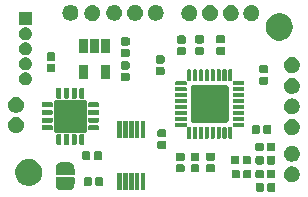
<source format=gbr>
G04 #@! TF.GenerationSoftware,KiCad,Pcbnew,(5.1.4)-1*
G04 #@! TF.CreationDate,2020-11-12T16:18:46-05:00*
G04 #@! TF.ProjectId,UniAmp,556e6941-6d70-42e6-9b69-6361645f7063,rev?*
G04 #@! TF.SameCoordinates,Original*
G04 #@! TF.FileFunction,Soldermask,Top*
G04 #@! TF.FilePolarity,Negative*
%FSLAX46Y46*%
G04 Gerber Fmt 4.6, Leading zero omitted, Abs format (unit mm)*
G04 Created by KiCad (PCBNEW (5.1.4)-1) date 2020-11-12 16:18:46*
%MOMM*%
%LPD*%
G04 APERTURE LIST*
%ADD10C,0.100000*%
G04 APERTURE END LIST*
D10*
G36*
X132480806Y-84232154D02*
G01*
X132509946Y-84240994D01*
X132536798Y-84255347D01*
X132560336Y-84274664D01*
X132579653Y-84298202D01*
X132594006Y-84325054D01*
X132602846Y-84354194D01*
X132606000Y-84386224D01*
X132606000Y-84813776D01*
X132602846Y-84845806D01*
X132594006Y-84874946D01*
X132579653Y-84901798D01*
X132560336Y-84925336D01*
X132536798Y-84944653D01*
X132509946Y-84959006D01*
X132480806Y-84967846D01*
X132448776Y-84971000D01*
X132071224Y-84971000D01*
X132039194Y-84967846D01*
X132010054Y-84959006D01*
X131983202Y-84944653D01*
X131959664Y-84925336D01*
X131940347Y-84901798D01*
X131925994Y-84874946D01*
X131917154Y-84845806D01*
X131914000Y-84813776D01*
X131914000Y-84386224D01*
X131917154Y-84354194D01*
X131925994Y-84325054D01*
X131940347Y-84298202D01*
X131959664Y-84274664D01*
X131983202Y-84255347D01*
X132010054Y-84240994D01*
X132039194Y-84232154D01*
X132071224Y-84229000D01*
X132448776Y-84229000D01*
X132480806Y-84232154D01*
X132480806Y-84232154D01*
G37*
G36*
X131510806Y-84232154D02*
G01*
X131539946Y-84240994D01*
X131566798Y-84255347D01*
X131590336Y-84274664D01*
X131609653Y-84298202D01*
X131624006Y-84325054D01*
X131632846Y-84354194D01*
X131636000Y-84386224D01*
X131636000Y-84813776D01*
X131632846Y-84845806D01*
X131624006Y-84874946D01*
X131609653Y-84901798D01*
X131590336Y-84925336D01*
X131566798Y-84944653D01*
X131539946Y-84959006D01*
X131510806Y-84967846D01*
X131478776Y-84971000D01*
X131101224Y-84971000D01*
X131069194Y-84967846D01*
X131040054Y-84959006D01*
X131013202Y-84944653D01*
X130989664Y-84925336D01*
X130970347Y-84901798D01*
X130955994Y-84874946D01*
X130947154Y-84845806D01*
X130944000Y-84813776D01*
X130944000Y-84386224D01*
X130947154Y-84354194D01*
X130955994Y-84325054D01*
X130970347Y-84298202D01*
X130989664Y-84274664D01*
X131013202Y-84255347D01*
X131040054Y-84240994D01*
X131069194Y-84232154D01*
X131101224Y-84229000D01*
X131478776Y-84229000D01*
X131510806Y-84232154D01*
X131510806Y-84232154D01*
G37*
G36*
X115549993Y-83758753D02*
G01*
X115550000Y-83758753D01*
X115559998Y-83759738D01*
X115569611Y-83762654D01*
X115569613Y-83762655D01*
X115578473Y-83767391D01*
X115586237Y-83773763D01*
X115592609Y-83781527D01*
X115592610Y-83781529D01*
X115597346Y-83790389D01*
X115600262Y-83800002D01*
X115601247Y-83810000D01*
X115601247Y-83810007D01*
X115601416Y-83811724D01*
X115601416Y-84308276D01*
X115601247Y-84309993D01*
X115601247Y-84310000D01*
X115600459Y-84318000D01*
X115600006Y-84322599D01*
X115599008Y-84329325D01*
X115599008Y-84357285D01*
X115598839Y-84359002D01*
X115598839Y-84359009D01*
X115598169Y-84365806D01*
X115597685Y-84370727D01*
X115579233Y-84463486D01*
X115578733Y-84465134D01*
X115578732Y-84465140D01*
X115575816Y-84474753D01*
X115575313Y-84476410D01*
X115539119Y-84563789D01*
X115532760Y-84575688D01*
X115480207Y-84654338D01*
X115471648Y-84664768D01*
X115404768Y-84731648D01*
X115394338Y-84740207D01*
X115315688Y-84792760D01*
X115307840Y-84796954D01*
X115305309Y-84798307D01*
X115305306Y-84798308D01*
X115303789Y-84799119D01*
X115216410Y-84835313D01*
X115214757Y-84835814D01*
X115214753Y-84835816D01*
X115205140Y-84838732D01*
X115205134Y-84838733D01*
X115203486Y-84839233D01*
X115110727Y-84857685D01*
X115106040Y-84858146D01*
X115099009Y-84858839D01*
X115099002Y-84858839D01*
X115097285Y-84859008D01*
X115069325Y-84859008D01*
X115062599Y-84860006D01*
X115059340Y-84860327D01*
X115050000Y-84861247D01*
X115049993Y-84861247D01*
X115048276Y-84861416D01*
X114551724Y-84861416D01*
X114550007Y-84861247D01*
X114550000Y-84861247D01*
X114540660Y-84860327D01*
X114537401Y-84860006D01*
X114530675Y-84859008D01*
X114502715Y-84859008D01*
X114500998Y-84858839D01*
X114500991Y-84858839D01*
X114493960Y-84858146D01*
X114489273Y-84857685D01*
X114396514Y-84839233D01*
X114394866Y-84838733D01*
X114394860Y-84838732D01*
X114385247Y-84835816D01*
X114385243Y-84835814D01*
X114383590Y-84835313D01*
X114296211Y-84799119D01*
X114294694Y-84798308D01*
X114294691Y-84798307D01*
X114292160Y-84796954D01*
X114284312Y-84792760D01*
X114205662Y-84740207D01*
X114195232Y-84731648D01*
X114128352Y-84664768D01*
X114119793Y-84654338D01*
X114067240Y-84575688D01*
X114060881Y-84563789D01*
X114024687Y-84476410D01*
X114024184Y-84474753D01*
X114021268Y-84465140D01*
X114021267Y-84465134D01*
X114020767Y-84463486D01*
X114002315Y-84370727D01*
X114001831Y-84365806D01*
X114001161Y-84359009D01*
X114001161Y-84359002D01*
X114000992Y-84357285D01*
X114000992Y-84329325D01*
X113999994Y-84322599D01*
X113999541Y-84318000D01*
X113998753Y-84310000D01*
X113998753Y-84309993D01*
X113998584Y-84308276D01*
X113998584Y-83811724D01*
X113998753Y-83810007D01*
X113998753Y-83810000D01*
X113999738Y-83800002D01*
X114002654Y-83790389D01*
X114007390Y-83781529D01*
X114007391Y-83781527D01*
X114013763Y-83773763D01*
X114021527Y-83767391D01*
X114030387Y-83762655D01*
X114030389Y-83762654D01*
X114040002Y-83759738D01*
X114050000Y-83758753D01*
X114050007Y-83758753D01*
X114051724Y-83758584D01*
X115548276Y-83758584D01*
X115549993Y-83758753D01*
X115549993Y-83758753D01*
G37*
G36*
X121601000Y-84861000D02*
G01*
X121199000Y-84861000D01*
X121199000Y-83359000D01*
X121601000Y-83359000D01*
X121601000Y-84861000D01*
X121601000Y-84861000D01*
G37*
G36*
X119601000Y-84861000D02*
G01*
X119199000Y-84861000D01*
X119199000Y-83359000D01*
X119601000Y-83359000D01*
X119601000Y-84861000D01*
X119601000Y-84861000D01*
G37*
G36*
X120101000Y-84861000D02*
G01*
X119699000Y-84861000D01*
X119699000Y-83359000D01*
X120101000Y-83359000D01*
X120101000Y-84861000D01*
X120101000Y-84861000D01*
G37*
G36*
X121101000Y-84861000D02*
G01*
X120699000Y-84861000D01*
X120699000Y-83359000D01*
X121101000Y-83359000D01*
X121101000Y-84861000D01*
X121101000Y-84861000D01*
G37*
G36*
X120601000Y-84861000D02*
G01*
X120199000Y-84861000D01*
X120199000Y-83359000D01*
X120601000Y-83359000D01*
X120601000Y-84861000D01*
X120601000Y-84861000D01*
G37*
G36*
X117920806Y-83752154D02*
G01*
X117949946Y-83760994D01*
X117976798Y-83775347D01*
X118000336Y-83794664D01*
X118019653Y-83818202D01*
X118034006Y-83845054D01*
X118042846Y-83874194D01*
X118046000Y-83906224D01*
X118046000Y-84333776D01*
X118042846Y-84365806D01*
X118034006Y-84394946D01*
X118019653Y-84421798D01*
X118000336Y-84445336D01*
X117976798Y-84464653D01*
X117949946Y-84479006D01*
X117920806Y-84487846D01*
X117888776Y-84491000D01*
X117511224Y-84491000D01*
X117479194Y-84487846D01*
X117450054Y-84479006D01*
X117423202Y-84464653D01*
X117399664Y-84445336D01*
X117380347Y-84421798D01*
X117365994Y-84394946D01*
X117357154Y-84365806D01*
X117354000Y-84333776D01*
X117354000Y-83906224D01*
X117357154Y-83874194D01*
X117365994Y-83845054D01*
X117380347Y-83818202D01*
X117399664Y-83794664D01*
X117423202Y-83775347D01*
X117450054Y-83760994D01*
X117479194Y-83752154D01*
X117511224Y-83749000D01*
X117888776Y-83749000D01*
X117920806Y-83752154D01*
X117920806Y-83752154D01*
G37*
G36*
X116950806Y-83752154D02*
G01*
X116979946Y-83760994D01*
X117006798Y-83775347D01*
X117030336Y-83794664D01*
X117049653Y-83818202D01*
X117064006Y-83845054D01*
X117072846Y-83874194D01*
X117076000Y-83906224D01*
X117076000Y-84333776D01*
X117072846Y-84365806D01*
X117064006Y-84394946D01*
X117049653Y-84421798D01*
X117030336Y-84445336D01*
X117006798Y-84464653D01*
X116979946Y-84479006D01*
X116950806Y-84487846D01*
X116918776Y-84491000D01*
X116541224Y-84491000D01*
X116509194Y-84487846D01*
X116480054Y-84479006D01*
X116453202Y-84464653D01*
X116429664Y-84445336D01*
X116410347Y-84421798D01*
X116395994Y-84394946D01*
X116387154Y-84365806D01*
X116384000Y-84333776D01*
X116384000Y-83906224D01*
X116387154Y-83874194D01*
X116395994Y-83845054D01*
X116410347Y-83818202D01*
X116429664Y-83794664D01*
X116453202Y-83775347D01*
X116480054Y-83760994D01*
X116509194Y-83752154D01*
X116541224Y-83749000D01*
X116918776Y-83749000D01*
X116950806Y-83752154D01*
X116950806Y-83752154D01*
G37*
G36*
X112065734Y-82223232D02*
G01*
X112165733Y-82264653D01*
X112275204Y-82309997D01*
X112463721Y-82435960D01*
X112624040Y-82596279D01*
X112750003Y-82784796D01*
X112774356Y-82843590D01*
X112836768Y-82994266D01*
X112881000Y-83216636D01*
X112881000Y-83443364D01*
X112836768Y-83665734D01*
X112800901Y-83752324D01*
X112750003Y-83875204D01*
X112624040Y-84063721D01*
X112463721Y-84224040D01*
X112275204Y-84350003D01*
X112225171Y-84370727D01*
X112065734Y-84436768D01*
X111843364Y-84481000D01*
X111616636Y-84481000D01*
X111394266Y-84436768D01*
X111234829Y-84370727D01*
X111184796Y-84350003D01*
X110996279Y-84224040D01*
X110835960Y-84063721D01*
X110709997Y-83875204D01*
X110659099Y-83752324D01*
X110623232Y-83665734D01*
X110579000Y-83443364D01*
X110579000Y-83216636D01*
X110623232Y-82994266D01*
X110685644Y-82843590D01*
X110709997Y-82784796D01*
X110835960Y-82596279D01*
X110996279Y-82435960D01*
X111184796Y-82309997D01*
X111294267Y-82264653D01*
X111394266Y-82223232D01*
X111616636Y-82179000D01*
X111843364Y-82179000D01*
X112065734Y-82223232D01*
X112065734Y-82223232D01*
G37*
G36*
X134131881Y-82836989D02*
G01*
X134197182Y-82849978D01*
X134320206Y-82900936D01*
X134430925Y-82974916D01*
X134525084Y-83069075D01*
X134599064Y-83179794D01*
X134650022Y-83302818D01*
X134676000Y-83433420D01*
X134676000Y-83566580D01*
X134650022Y-83697182D01*
X134599064Y-83820206D01*
X134525084Y-83930925D01*
X134430925Y-84025084D01*
X134320206Y-84099064D01*
X134197182Y-84150022D01*
X134131881Y-84163011D01*
X134066582Y-84176000D01*
X133933418Y-84176000D01*
X133868119Y-84163011D01*
X133802818Y-84150022D01*
X133679794Y-84099064D01*
X133569075Y-84025084D01*
X133474916Y-83930925D01*
X133400936Y-83820206D01*
X133349978Y-83697182D01*
X133324000Y-83566580D01*
X133324000Y-83433420D01*
X133349978Y-83302818D01*
X133400936Y-83179794D01*
X133474916Y-83069075D01*
X133569075Y-82974916D01*
X133679794Y-82900936D01*
X133802818Y-82849978D01*
X133868119Y-82836989D01*
X133933418Y-82824000D01*
X134066582Y-82824000D01*
X134131881Y-82836989D01*
X134131881Y-82836989D01*
G37*
G36*
X131490806Y-83112154D02*
G01*
X131519946Y-83120994D01*
X131546798Y-83135347D01*
X131570336Y-83154664D01*
X131589653Y-83178202D01*
X131604006Y-83205054D01*
X131612846Y-83234194D01*
X131616000Y-83266224D01*
X131616000Y-83693776D01*
X131612846Y-83725806D01*
X131604006Y-83754946D01*
X131589653Y-83781798D01*
X131570336Y-83805336D01*
X131546798Y-83824653D01*
X131519946Y-83839006D01*
X131490806Y-83847846D01*
X131458776Y-83851000D01*
X131081224Y-83851000D01*
X131049194Y-83847846D01*
X131020054Y-83839006D01*
X130993202Y-83824653D01*
X130969664Y-83805336D01*
X130950347Y-83781798D01*
X130935994Y-83754946D01*
X130927154Y-83725806D01*
X130924000Y-83693776D01*
X130924000Y-83266224D01*
X130927154Y-83234194D01*
X130935994Y-83205054D01*
X130950347Y-83178202D01*
X130969664Y-83154664D01*
X130993202Y-83135347D01*
X131020054Y-83120994D01*
X131049194Y-83112154D01*
X131081224Y-83109000D01*
X131458776Y-83109000D01*
X131490806Y-83112154D01*
X131490806Y-83112154D01*
G37*
G36*
X132460806Y-83112154D02*
G01*
X132489946Y-83120994D01*
X132516798Y-83135347D01*
X132540336Y-83154664D01*
X132559653Y-83178202D01*
X132574006Y-83205054D01*
X132582846Y-83234194D01*
X132586000Y-83266224D01*
X132586000Y-83693776D01*
X132582846Y-83725806D01*
X132574006Y-83754946D01*
X132559653Y-83781798D01*
X132540336Y-83805336D01*
X132516798Y-83824653D01*
X132489946Y-83839006D01*
X132460806Y-83847846D01*
X132428776Y-83851000D01*
X132051224Y-83851000D01*
X132019194Y-83847846D01*
X131990054Y-83839006D01*
X131963202Y-83824653D01*
X131939664Y-83805336D01*
X131920347Y-83781798D01*
X131905994Y-83754946D01*
X131897154Y-83725806D01*
X131894000Y-83693776D01*
X131894000Y-83266224D01*
X131897154Y-83234194D01*
X131905994Y-83205054D01*
X131920347Y-83178202D01*
X131939664Y-83154664D01*
X131963202Y-83135347D01*
X131990054Y-83120994D01*
X132019194Y-83112154D01*
X132051224Y-83109000D01*
X132428776Y-83109000D01*
X132460806Y-83112154D01*
X132460806Y-83112154D01*
G37*
G36*
X129460806Y-83112154D02*
G01*
X129489946Y-83120994D01*
X129516798Y-83135347D01*
X129540336Y-83154664D01*
X129559653Y-83178202D01*
X129574006Y-83205054D01*
X129582846Y-83234194D01*
X129586000Y-83266224D01*
X129586000Y-83693776D01*
X129582846Y-83725806D01*
X129574006Y-83754946D01*
X129559653Y-83781798D01*
X129540336Y-83805336D01*
X129516798Y-83824653D01*
X129489946Y-83839006D01*
X129460806Y-83847846D01*
X129428776Y-83851000D01*
X129051224Y-83851000D01*
X129019194Y-83847846D01*
X128990054Y-83839006D01*
X128963202Y-83824653D01*
X128939664Y-83805336D01*
X128920347Y-83781798D01*
X128905994Y-83754946D01*
X128897154Y-83725806D01*
X128894000Y-83693776D01*
X128894000Y-83266224D01*
X128897154Y-83234194D01*
X128905994Y-83205054D01*
X128920347Y-83178202D01*
X128939664Y-83154664D01*
X128963202Y-83135347D01*
X128990054Y-83120994D01*
X129019194Y-83112154D01*
X129051224Y-83109000D01*
X129428776Y-83109000D01*
X129460806Y-83112154D01*
X129460806Y-83112154D01*
G37*
G36*
X130430806Y-83112154D02*
G01*
X130459946Y-83120994D01*
X130486798Y-83135347D01*
X130510336Y-83154664D01*
X130529653Y-83178202D01*
X130544006Y-83205054D01*
X130552846Y-83234194D01*
X130556000Y-83266224D01*
X130556000Y-83693776D01*
X130552846Y-83725806D01*
X130544006Y-83754946D01*
X130529653Y-83781798D01*
X130510336Y-83805336D01*
X130486798Y-83824653D01*
X130459946Y-83839006D01*
X130430806Y-83847846D01*
X130398776Y-83851000D01*
X130021224Y-83851000D01*
X129989194Y-83847846D01*
X129960054Y-83839006D01*
X129933202Y-83824653D01*
X129909664Y-83805336D01*
X129890347Y-83781798D01*
X129875994Y-83754946D01*
X129867154Y-83725806D01*
X129864000Y-83693776D01*
X129864000Y-83266224D01*
X129867154Y-83234194D01*
X129875994Y-83205054D01*
X129890347Y-83178202D01*
X129909664Y-83154664D01*
X129933202Y-83135347D01*
X129960054Y-83120994D01*
X129989194Y-83112154D01*
X130021224Y-83109000D01*
X130398776Y-83109000D01*
X130430806Y-83112154D01*
X130430806Y-83112154D01*
G37*
G36*
X115049993Y-82458753D02*
G01*
X115050000Y-82458753D01*
X115059340Y-82459673D01*
X115062599Y-82459994D01*
X115069325Y-82460992D01*
X115097285Y-82460992D01*
X115099002Y-82461161D01*
X115099009Y-82461161D01*
X115106040Y-82461854D01*
X115110727Y-82462315D01*
X115203486Y-82480767D01*
X115205134Y-82481267D01*
X115205140Y-82481268D01*
X115214753Y-82484184D01*
X115214757Y-82484186D01*
X115216410Y-82484687D01*
X115303789Y-82520881D01*
X115305306Y-82521692D01*
X115305309Y-82521693D01*
X115307840Y-82523046D01*
X115315688Y-82527240D01*
X115394338Y-82579793D01*
X115404768Y-82588352D01*
X115471648Y-82655232D01*
X115480207Y-82665662D01*
X115532760Y-82744312D01*
X115539119Y-82756211D01*
X115575313Y-82843590D01*
X115575814Y-82845243D01*
X115575816Y-82845247D01*
X115578732Y-82854860D01*
X115578733Y-82854866D01*
X115579233Y-82856514D01*
X115597685Y-82949273D01*
X115597854Y-82950993D01*
X115598839Y-82960991D01*
X115598839Y-82960998D01*
X115599008Y-82962715D01*
X115599008Y-82990675D01*
X115600006Y-82997401D01*
X115600262Y-83000002D01*
X115601247Y-83010000D01*
X115601247Y-83010007D01*
X115601416Y-83011724D01*
X115601416Y-83508276D01*
X115601247Y-83509993D01*
X115601247Y-83510000D01*
X115600262Y-83519998D01*
X115597345Y-83529613D01*
X115592609Y-83538473D01*
X115586237Y-83546237D01*
X115578473Y-83552609D01*
X115578471Y-83552610D01*
X115569611Y-83557346D01*
X115559998Y-83560262D01*
X115550000Y-83561247D01*
X115549993Y-83561247D01*
X115548276Y-83561416D01*
X114051724Y-83561416D01*
X114050007Y-83561247D01*
X114050000Y-83561247D01*
X114040002Y-83560262D01*
X114030389Y-83557346D01*
X114021529Y-83552610D01*
X114021527Y-83552609D01*
X114013763Y-83546237D01*
X114007391Y-83538473D01*
X114002655Y-83529613D01*
X113999738Y-83519998D01*
X113998753Y-83510000D01*
X113998753Y-83509993D01*
X113998584Y-83508276D01*
X113998584Y-83011724D01*
X113998753Y-83010007D01*
X113998753Y-83010000D01*
X113999738Y-83000002D01*
X113999994Y-82997401D01*
X114000992Y-82990675D01*
X114000992Y-82962715D01*
X114001161Y-82960998D01*
X114001161Y-82960991D01*
X114002146Y-82950993D01*
X114002315Y-82949273D01*
X114020767Y-82856514D01*
X114021267Y-82854866D01*
X114021268Y-82854860D01*
X114024184Y-82845247D01*
X114024186Y-82845243D01*
X114024687Y-82843590D01*
X114060881Y-82756211D01*
X114067240Y-82744312D01*
X114119793Y-82665662D01*
X114128352Y-82655232D01*
X114195232Y-82588352D01*
X114205662Y-82579793D01*
X114284312Y-82527240D01*
X114292160Y-82523046D01*
X114294691Y-82521693D01*
X114294694Y-82521692D01*
X114296211Y-82520881D01*
X114383590Y-82484687D01*
X114385243Y-82484186D01*
X114385247Y-82484184D01*
X114394860Y-82481268D01*
X114394866Y-82481267D01*
X114396514Y-82480767D01*
X114489273Y-82462315D01*
X114493960Y-82461854D01*
X114500991Y-82461161D01*
X114500998Y-82461161D01*
X114502715Y-82460992D01*
X114530675Y-82460992D01*
X114537401Y-82459994D01*
X114540660Y-82459673D01*
X114550000Y-82458753D01*
X114550007Y-82458753D01*
X114551724Y-82458584D01*
X115048276Y-82458584D01*
X115049993Y-82458753D01*
X115049993Y-82458753D01*
G37*
G36*
X126045806Y-82647154D02*
G01*
X126074946Y-82655994D01*
X126101798Y-82670347D01*
X126125336Y-82689664D01*
X126144653Y-82713202D01*
X126159006Y-82740054D01*
X126167846Y-82769194D01*
X126171000Y-82801224D01*
X126171000Y-83178776D01*
X126167846Y-83210806D01*
X126159006Y-83239946D01*
X126144653Y-83266798D01*
X126125336Y-83290336D01*
X126101798Y-83309653D01*
X126074946Y-83324006D01*
X126045806Y-83332846D01*
X126013776Y-83336000D01*
X125586224Y-83336000D01*
X125554194Y-83332846D01*
X125525054Y-83324006D01*
X125498202Y-83309653D01*
X125474664Y-83290336D01*
X125455347Y-83266798D01*
X125440994Y-83239946D01*
X125432154Y-83210806D01*
X125429000Y-83178776D01*
X125429000Y-82801224D01*
X125432154Y-82769194D01*
X125440994Y-82740054D01*
X125455347Y-82713202D01*
X125474664Y-82689664D01*
X125498202Y-82670347D01*
X125525054Y-82655994D01*
X125554194Y-82647154D01*
X125586224Y-82644000D01*
X126013776Y-82644000D01*
X126045806Y-82647154D01*
X126045806Y-82647154D01*
G37*
G36*
X124795806Y-82647154D02*
G01*
X124824946Y-82655994D01*
X124851798Y-82670347D01*
X124875336Y-82689664D01*
X124894653Y-82713202D01*
X124909006Y-82740054D01*
X124917846Y-82769194D01*
X124921000Y-82801224D01*
X124921000Y-83178776D01*
X124917846Y-83210806D01*
X124909006Y-83239946D01*
X124894653Y-83266798D01*
X124875336Y-83290336D01*
X124851798Y-83309653D01*
X124824946Y-83324006D01*
X124795806Y-83332846D01*
X124763776Y-83336000D01*
X124336224Y-83336000D01*
X124304194Y-83332846D01*
X124275054Y-83324006D01*
X124248202Y-83309653D01*
X124224664Y-83290336D01*
X124205347Y-83266798D01*
X124190994Y-83239946D01*
X124182154Y-83210806D01*
X124179000Y-83178776D01*
X124179000Y-82801224D01*
X124182154Y-82769194D01*
X124190994Y-82740054D01*
X124205347Y-82713202D01*
X124224664Y-82689664D01*
X124248202Y-82670347D01*
X124275054Y-82655994D01*
X124304194Y-82647154D01*
X124336224Y-82644000D01*
X124763776Y-82644000D01*
X124795806Y-82647154D01*
X124795806Y-82647154D01*
G37*
G36*
X127365806Y-82627154D02*
G01*
X127394946Y-82635994D01*
X127421798Y-82650347D01*
X127445336Y-82669664D01*
X127464653Y-82693202D01*
X127479006Y-82720054D01*
X127487846Y-82749194D01*
X127491000Y-82781224D01*
X127491000Y-83158776D01*
X127487846Y-83190806D01*
X127479006Y-83219946D01*
X127464653Y-83246798D01*
X127445336Y-83270336D01*
X127421798Y-83289653D01*
X127394946Y-83304006D01*
X127365806Y-83312846D01*
X127333776Y-83316000D01*
X126906224Y-83316000D01*
X126874194Y-83312846D01*
X126845054Y-83304006D01*
X126818202Y-83289653D01*
X126794664Y-83270336D01*
X126775347Y-83246798D01*
X126760994Y-83219946D01*
X126752154Y-83190806D01*
X126749000Y-83158776D01*
X126749000Y-82781224D01*
X126752154Y-82749194D01*
X126760994Y-82720054D01*
X126775347Y-82693202D01*
X126794664Y-82669664D01*
X126818202Y-82650347D01*
X126845054Y-82635994D01*
X126874194Y-82627154D01*
X126906224Y-82624000D01*
X127333776Y-82624000D01*
X127365806Y-82627154D01*
X127365806Y-82627154D01*
G37*
G36*
X132460806Y-81932154D02*
G01*
X132489946Y-81940994D01*
X132516798Y-81955347D01*
X132540336Y-81974664D01*
X132559653Y-81998202D01*
X132574006Y-82025054D01*
X132582846Y-82054194D01*
X132586000Y-82086224D01*
X132586000Y-82513776D01*
X132582846Y-82545806D01*
X132574006Y-82574946D01*
X132559653Y-82601798D01*
X132540336Y-82625336D01*
X132516798Y-82644653D01*
X132489946Y-82659006D01*
X132460806Y-82667846D01*
X132428776Y-82671000D01*
X132051224Y-82671000D01*
X132019194Y-82667846D01*
X131990054Y-82659006D01*
X131963202Y-82644653D01*
X131939664Y-82625336D01*
X131920347Y-82601798D01*
X131905994Y-82574946D01*
X131897154Y-82545806D01*
X131894000Y-82513776D01*
X131894000Y-82086224D01*
X131897154Y-82054194D01*
X131905994Y-82025054D01*
X131920347Y-81998202D01*
X131939664Y-81974664D01*
X131963202Y-81955347D01*
X131990054Y-81940994D01*
X132019194Y-81932154D01*
X132051224Y-81929000D01*
X132428776Y-81929000D01*
X132460806Y-81932154D01*
X132460806Y-81932154D01*
G37*
G36*
X131490806Y-81932154D02*
G01*
X131519946Y-81940994D01*
X131546798Y-81955347D01*
X131570336Y-81974664D01*
X131589653Y-81998202D01*
X131604006Y-82025054D01*
X131612846Y-82054194D01*
X131616000Y-82086224D01*
X131616000Y-82513776D01*
X131612846Y-82545806D01*
X131604006Y-82574946D01*
X131589653Y-82601798D01*
X131570336Y-82625336D01*
X131546798Y-82644653D01*
X131519946Y-82659006D01*
X131490806Y-82667846D01*
X131458776Y-82671000D01*
X131081224Y-82671000D01*
X131049194Y-82667846D01*
X131020054Y-82659006D01*
X130993202Y-82644653D01*
X130969664Y-82625336D01*
X130950347Y-82601798D01*
X130935994Y-82574946D01*
X130927154Y-82545806D01*
X130924000Y-82513776D01*
X130924000Y-82086224D01*
X130927154Y-82054194D01*
X130935994Y-82025054D01*
X130950347Y-81998202D01*
X130969664Y-81974664D01*
X130993202Y-81955347D01*
X131020054Y-81940994D01*
X131049194Y-81932154D01*
X131081224Y-81929000D01*
X131458776Y-81929000D01*
X131490806Y-81932154D01*
X131490806Y-81932154D01*
G37*
G36*
X130400806Y-81922154D02*
G01*
X130429946Y-81930994D01*
X130456798Y-81945347D01*
X130480336Y-81964664D01*
X130499653Y-81988202D01*
X130514006Y-82015054D01*
X130522846Y-82044194D01*
X130526000Y-82076224D01*
X130526000Y-82503776D01*
X130522846Y-82535806D01*
X130514006Y-82564946D01*
X130499653Y-82591798D01*
X130480336Y-82615336D01*
X130456798Y-82634653D01*
X130429946Y-82649006D01*
X130400806Y-82657846D01*
X130368776Y-82661000D01*
X129991224Y-82661000D01*
X129959194Y-82657846D01*
X129930054Y-82649006D01*
X129903202Y-82634653D01*
X129879664Y-82615336D01*
X129860347Y-82591798D01*
X129845994Y-82564946D01*
X129837154Y-82535806D01*
X129834000Y-82503776D01*
X129834000Y-82076224D01*
X129837154Y-82044194D01*
X129845994Y-82015054D01*
X129860347Y-81988202D01*
X129879664Y-81964664D01*
X129903202Y-81945347D01*
X129930054Y-81930994D01*
X129959194Y-81922154D01*
X129991224Y-81919000D01*
X130368776Y-81919000D01*
X130400806Y-81922154D01*
X130400806Y-81922154D01*
G37*
G36*
X129430806Y-81922154D02*
G01*
X129459946Y-81930994D01*
X129486798Y-81945347D01*
X129510336Y-81964664D01*
X129529653Y-81988202D01*
X129544006Y-82015054D01*
X129552846Y-82044194D01*
X129556000Y-82076224D01*
X129556000Y-82503776D01*
X129552846Y-82535806D01*
X129544006Y-82564946D01*
X129529653Y-82591798D01*
X129510336Y-82615336D01*
X129486798Y-82634653D01*
X129459946Y-82649006D01*
X129430806Y-82657846D01*
X129398776Y-82661000D01*
X129021224Y-82661000D01*
X128989194Y-82657846D01*
X128960054Y-82649006D01*
X128933202Y-82634653D01*
X128909664Y-82615336D01*
X128890347Y-82591798D01*
X128875994Y-82564946D01*
X128867154Y-82535806D01*
X128864000Y-82503776D01*
X128864000Y-82076224D01*
X128867154Y-82044194D01*
X128875994Y-82015054D01*
X128890347Y-81988202D01*
X128909664Y-81964664D01*
X128933202Y-81945347D01*
X128960054Y-81930994D01*
X128989194Y-81922154D01*
X129021224Y-81919000D01*
X129398776Y-81919000D01*
X129430806Y-81922154D01*
X129430806Y-81922154D01*
G37*
G36*
X134131881Y-81086989D02*
G01*
X134197182Y-81099978D01*
X134320206Y-81150936D01*
X134430925Y-81224916D01*
X134525084Y-81319075D01*
X134599064Y-81429794D01*
X134650022Y-81552818D01*
X134663011Y-81618119D01*
X134676000Y-81683418D01*
X134676000Y-81816582D01*
X134673087Y-81831224D01*
X134650022Y-81947182D01*
X134599064Y-82070206D01*
X134525084Y-82180925D01*
X134430925Y-82275084D01*
X134320206Y-82349064D01*
X134197182Y-82400022D01*
X134131881Y-82413011D01*
X134066582Y-82426000D01*
X133933418Y-82426000D01*
X133868119Y-82413011D01*
X133802818Y-82400022D01*
X133679794Y-82349064D01*
X133569075Y-82275084D01*
X133474916Y-82180925D01*
X133400936Y-82070206D01*
X133349978Y-81947182D01*
X133326913Y-81831224D01*
X133324000Y-81816582D01*
X133324000Y-81683418D01*
X133336989Y-81618119D01*
X133349978Y-81552818D01*
X133400936Y-81429794D01*
X133474916Y-81319075D01*
X133569075Y-81224916D01*
X133679794Y-81150936D01*
X133802818Y-81099978D01*
X133868119Y-81086989D01*
X133933418Y-81074000D01*
X134066582Y-81074000D01*
X134131881Y-81086989D01*
X134131881Y-81086989D01*
G37*
G36*
X124795806Y-81677154D02*
G01*
X124824946Y-81685994D01*
X124851798Y-81700347D01*
X124875336Y-81719664D01*
X124894653Y-81743202D01*
X124909006Y-81770054D01*
X124917846Y-81799194D01*
X124921000Y-81831224D01*
X124921000Y-82208776D01*
X124917846Y-82240806D01*
X124909006Y-82269946D01*
X124894653Y-82296798D01*
X124875336Y-82320336D01*
X124851798Y-82339653D01*
X124824946Y-82354006D01*
X124795806Y-82362846D01*
X124763776Y-82366000D01*
X124336224Y-82366000D01*
X124304194Y-82362846D01*
X124275054Y-82354006D01*
X124248202Y-82339653D01*
X124224664Y-82320336D01*
X124205347Y-82296798D01*
X124190994Y-82269946D01*
X124182154Y-82240806D01*
X124179000Y-82208776D01*
X124179000Y-81831224D01*
X124182154Y-81799194D01*
X124190994Y-81770054D01*
X124205347Y-81743202D01*
X124224664Y-81719664D01*
X124248202Y-81700347D01*
X124275054Y-81685994D01*
X124304194Y-81677154D01*
X124336224Y-81674000D01*
X124763776Y-81674000D01*
X124795806Y-81677154D01*
X124795806Y-81677154D01*
G37*
G36*
X126045806Y-81677154D02*
G01*
X126074946Y-81685994D01*
X126101798Y-81700347D01*
X126125336Y-81719664D01*
X126144653Y-81743202D01*
X126159006Y-81770054D01*
X126167846Y-81799194D01*
X126171000Y-81831224D01*
X126171000Y-82208776D01*
X126167846Y-82240806D01*
X126159006Y-82269946D01*
X126144653Y-82296798D01*
X126125336Y-82320336D01*
X126101798Y-82339653D01*
X126074946Y-82354006D01*
X126045806Y-82362846D01*
X126013776Y-82366000D01*
X125586224Y-82366000D01*
X125554194Y-82362846D01*
X125525054Y-82354006D01*
X125498202Y-82339653D01*
X125474664Y-82320336D01*
X125455347Y-82296798D01*
X125440994Y-82269946D01*
X125432154Y-82240806D01*
X125429000Y-82208776D01*
X125429000Y-81831224D01*
X125432154Y-81799194D01*
X125440994Y-81770054D01*
X125455347Y-81743202D01*
X125474664Y-81719664D01*
X125498202Y-81700347D01*
X125525054Y-81685994D01*
X125554194Y-81677154D01*
X125586224Y-81674000D01*
X126013776Y-81674000D01*
X126045806Y-81677154D01*
X126045806Y-81677154D01*
G37*
G36*
X127365806Y-81657154D02*
G01*
X127394946Y-81665994D01*
X127421798Y-81680347D01*
X127445336Y-81699664D01*
X127464653Y-81723202D01*
X127479006Y-81750054D01*
X127487846Y-81779194D01*
X127491000Y-81811224D01*
X127491000Y-82188776D01*
X127487846Y-82220806D01*
X127479006Y-82249946D01*
X127464653Y-82276798D01*
X127445336Y-82300336D01*
X127421798Y-82319653D01*
X127394946Y-82334006D01*
X127365806Y-82342846D01*
X127333776Y-82346000D01*
X126906224Y-82346000D01*
X126874194Y-82342846D01*
X126845054Y-82334006D01*
X126818202Y-82319653D01*
X126794664Y-82300336D01*
X126775347Y-82276798D01*
X126760994Y-82249946D01*
X126752154Y-82220806D01*
X126749000Y-82188776D01*
X126749000Y-81811224D01*
X126752154Y-81779194D01*
X126760994Y-81750054D01*
X126775347Y-81723202D01*
X126794664Y-81699664D01*
X126818202Y-81680347D01*
X126845054Y-81665994D01*
X126874194Y-81657154D01*
X126906224Y-81654000D01*
X127333776Y-81654000D01*
X127365806Y-81657154D01*
X127365806Y-81657154D01*
G37*
G36*
X116820806Y-81552154D02*
G01*
X116849946Y-81560994D01*
X116876798Y-81575347D01*
X116900336Y-81594664D01*
X116919653Y-81618202D01*
X116934006Y-81645054D01*
X116942846Y-81674194D01*
X116946000Y-81706224D01*
X116946000Y-82133776D01*
X116942846Y-82165806D01*
X116934006Y-82194946D01*
X116919653Y-82221798D01*
X116900336Y-82245336D01*
X116876798Y-82264653D01*
X116849946Y-82279006D01*
X116820806Y-82287846D01*
X116788776Y-82291000D01*
X116411224Y-82291000D01*
X116379194Y-82287846D01*
X116350054Y-82279006D01*
X116323202Y-82264653D01*
X116299664Y-82245336D01*
X116280347Y-82221798D01*
X116265994Y-82194946D01*
X116257154Y-82165806D01*
X116254000Y-82133776D01*
X116254000Y-81706224D01*
X116257154Y-81674194D01*
X116265994Y-81645054D01*
X116280347Y-81618202D01*
X116299664Y-81594664D01*
X116323202Y-81575347D01*
X116350054Y-81560994D01*
X116379194Y-81552154D01*
X116411224Y-81549000D01*
X116788776Y-81549000D01*
X116820806Y-81552154D01*
X116820806Y-81552154D01*
G37*
G36*
X117790806Y-81552154D02*
G01*
X117819946Y-81560994D01*
X117846798Y-81575347D01*
X117870336Y-81594664D01*
X117889653Y-81618202D01*
X117904006Y-81645054D01*
X117912846Y-81674194D01*
X117916000Y-81706224D01*
X117916000Y-82133776D01*
X117912846Y-82165806D01*
X117904006Y-82194946D01*
X117889653Y-82221798D01*
X117870336Y-82245336D01*
X117846798Y-82264653D01*
X117819946Y-82279006D01*
X117790806Y-82287846D01*
X117758776Y-82291000D01*
X117381224Y-82291000D01*
X117349194Y-82287846D01*
X117320054Y-82279006D01*
X117293202Y-82264653D01*
X117269664Y-82245336D01*
X117250347Y-82221798D01*
X117235994Y-82194946D01*
X117227154Y-82165806D01*
X117224000Y-82133776D01*
X117224000Y-81706224D01*
X117227154Y-81674194D01*
X117235994Y-81645054D01*
X117250347Y-81618202D01*
X117269664Y-81594664D01*
X117293202Y-81575347D01*
X117320054Y-81560994D01*
X117349194Y-81552154D01*
X117381224Y-81549000D01*
X117758776Y-81549000D01*
X117790806Y-81552154D01*
X117790806Y-81552154D01*
G37*
G36*
X132460806Y-80812154D02*
G01*
X132489946Y-80820994D01*
X132516798Y-80835347D01*
X132540336Y-80854664D01*
X132559653Y-80878202D01*
X132574006Y-80905054D01*
X132582846Y-80934194D01*
X132586000Y-80966224D01*
X132586000Y-81393776D01*
X132582846Y-81425806D01*
X132574006Y-81454946D01*
X132559653Y-81481798D01*
X132540336Y-81505336D01*
X132516798Y-81524653D01*
X132489946Y-81539006D01*
X132460806Y-81547846D01*
X132428776Y-81551000D01*
X132051224Y-81551000D01*
X132019194Y-81547846D01*
X131990054Y-81539006D01*
X131963202Y-81524653D01*
X131939664Y-81505336D01*
X131920347Y-81481798D01*
X131905994Y-81454946D01*
X131897154Y-81425806D01*
X131894000Y-81393776D01*
X131894000Y-80966224D01*
X131897154Y-80934194D01*
X131905994Y-80905054D01*
X131920347Y-80878202D01*
X131939664Y-80854664D01*
X131963202Y-80835347D01*
X131990054Y-80820994D01*
X132019194Y-80812154D01*
X132051224Y-80809000D01*
X132428776Y-80809000D01*
X132460806Y-80812154D01*
X132460806Y-80812154D01*
G37*
G36*
X131490806Y-80812154D02*
G01*
X131519946Y-80820994D01*
X131546798Y-80835347D01*
X131570336Y-80854664D01*
X131589653Y-80878202D01*
X131604006Y-80905054D01*
X131612846Y-80934194D01*
X131616000Y-80966224D01*
X131616000Y-81393776D01*
X131612846Y-81425806D01*
X131604006Y-81454946D01*
X131589653Y-81481798D01*
X131570336Y-81505336D01*
X131546798Y-81524653D01*
X131519946Y-81539006D01*
X131490806Y-81547846D01*
X131458776Y-81551000D01*
X131081224Y-81551000D01*
X131049194Y-81547846D01*
X131020054Y-81539006D01*
X130993202Y-81524653D01*
X130969664Y-81505336D01*
X130950347Y-81481798D01*
X130935994Y-81454946D01*
X130927154Y-81425806D01*
X130924000Y-81393776D01*
X130924000Y-80966224D01*
X130927154Y-80934194D01*
X130935994Y-80905054D01*
X130950347Y-80878202D01*
X130969664Y-80854664D01*
X130993202Y-80835347D01*
X131020054Y-80820994D01*
X131049194Y-80812154D01*
X131081224Y-80809000D01*
X131458776Y-80809000D01*
X131490806Y-80812154D01*
X131490806Y-80812154D01*
G37*
G36*
X123235806Y-80657154D02*
G01*
X123264946Y-80665994D01*
X123291798Y-80680347D01*
X123315336Y-80699664D01*
X123334653Y-80723202D01*
X123349006Y-80750054D01*
X123357846Y-80779194D01*
X123361000Y-80811224D01*
X123361000Y-81188776D01*
X123357846Y-81220806D01*
X123349006Y-81249946D01*
X123334653Y-81276798D01*
X123315336Y-81300336D01*
X123291798Y-81319653D01*
X123264946Y-81334006D01*
X123235806Y-81342846D01*
X123203776Y-81346000D01*
X122776224Y-81346000D01*
X122744194Y-81342846D01*
X122715054Y-81334006D01*
X122688202Y-81319653D01*
X122664664Y-81300336D01*
X122645347Y-81276798D01*
X122630994Y-81249946D01*
X122622154Y-81220806D01*
X122619000Y-81188776D01*
X122619000Y-80811224D01*
X122622154Y-80779194D01*
X122630994Y-80750054D01*
X122645347Y-80723202D01*
X122664664Y-80699664D01*
X122688202Y-80680347D01*
X122715054Y-80665994D01*
X122744194Y-80657154D01*
X122776224Y-80654000D01*
X123203776Y-80654000D01*
X123235806Y-80657154D01*
X123235806Y-80657154D01*
G37*
G36*
X115059161Y-80090761D02*
G01*
X115074697Y-80095474D01*
X115089020Y-80103129D01*
X115101570Y-80113430D01*
X115111871Y-80125980D01*
X115119526Y-80140303D01*
X115124239Y-80155839D01*
X115126000Y-80173724D01*
X115126000Y-80931276D01*
X115124239Y-80949161D01*
X115119526Y-80964697D01*
X115111871Y-80979020D01*
X115101570Y-80991570D01*
X115089020Y-81001871D01*
X115074697Y-81009526D01*
X115059161Y-81014239D01*
X115041276Y-81016000D01*
X114808724Y-81016000D01*
X114790839Y-81014239D01*
X114775303Y-81009526D01*
X114760980Y-81001871D01*
X114748430Y-80991570D01*
X114738129Y-80979020D01*
X114730474Y-80964697D01*
X114725761Y-80949161D01*
X114724000Y-80931276D01*
X114724000Y-80173724D01*
X114725761Y-80155839D01*
X114730474Y-80140303D01*
X114738129Y-80125980D01*
X114748430Y-80113430D01*
X114760980Y-80103129D01*
X114775303Y-80095474D01*
X114790839Y-80090761D01*
X114808724Y-80089000D01*
X115041276Y-80089000D01*
X115059161Y-80090761D01*
X115059161Y-80090761D01*
G37*
G36*
X115709161Y-80090761D02*
G01*
X115724697Y-80095474D01*
X115739020Y-80103129D01*
X115751570Y-80113430D01*
X115761871Y-80125980D01*
X115769526Y-80140303D01*
X115774239Y-80155839D01*
X115776000Y-80173724D01*
X115776000Y-80931276D01*
X115774239Y-80949161D01*
X115769526Y-80964697D01*
X115761871Y-80979020D01*
X115751570Y-80991570D01*
X115739020Y-81001871D01*
X115724697Y-81009526D01*
X115709161Y-81014239D01*
X115691276Y-81016000D01*
X115458724Y-81016000D01*
X115440839Y-81014239D01*
X115425303Y-81009526D01*
X115410980Y-81001871D01*
X115398430Y-80991570D01*
X115388129Y-80979020D01*
X115380474Y-80964697D01*
X115375761Y-80949161D01*
X115374000Y-80931276D01*
X115374000Y-80173724D01*
X115375761Y-80155839D01*
X115380474Y-80140303D01*
X115388129Y-80125980D01*
X115398430Y-80113430D01*
X115410980Y-80103129D01*
X115425303Y-80095474D01*
X115440839Y-80090761D01*
X115458724Y-80089000D01*
X115691276Y-80089000D01*
X115709161Y-80090761D01*
X115709161Y-80090761D01*
G37*
G36*
X116359161Y-80090761D02*
G01*
X116374697Y-80095474D01*
X116389020Y-80103129D01*
X116401570Y-80113430D01*
X116411871Y-80125980D01*
X116419526Y-80140303D01*
X116424239Y-80155839D01*
X116426000Y-80173724D01*
X116426000Y-80931276D01*
X116424239Y-80949161D01*
X116419526Y-80964697D01*
X116411871Y-80979020D01*
X116401570Y-80991570D01*
X116389020Y-81001871D01*
X116374697Y-81009526D01*
X116359161Y-81014239D01*
X116341276Y-81016000D01*
X116108724Y-81016000D01*
X116090839Y-81014239D01*
X116075303Y-81009526D01*
X116060980Y-81001871D01*
X116048430Y-80991570D01*
X116038129Y-80979020D01*
X116030474Y-80964697D01*
X116025761Y-80949161D01*
X116024000Y-80931276D01*
X116024000Y-80173724D01*
X116025761Y-80155839D01*
X116030474Y-80140303D01*
X116038129Y-80125980D01*
X116048430Y-80113430D01*
X116060980Y-80103129D01*
X116075303Y-80095474D01*
X116090839Y-80090761D01*
X116108724Y-80089000D01*
X116341276Y-80089000D01*
X116359161Y-80090761D01*
X116359161Y-80090761D01*
G37*
G36*
X114409161Y-80090761D02*
G01*
X114424697Y-80095474D01*
X114439020Y-80103129D01*
X114451570Y-80113430D01*
X114461871Y-80125980D01*
X114469526Y-80140303D01*
X114474239Y-80155839D01*
X114476000Y-80173724D01*
X114476000Y-80931276D01*
X114474239Y-80949161D01*
X114469526Y-80964697D01*
X114461871Y-80979020D01*
X114451570Y-80991570D01*
X114439020Y-81001871D01*
X114424697Y-81009526D01*
X114409161Y-81014239D01*
X114391276Y-81016000D01*
X114158724Y-81016000D01*
X114140839Y-81014239D01*
X114125303Y-81009526D01*
X114110980Y-81001871D01*
X114098430Y-80991570D01*
X114088129Y-80979020D01*
X114080474Y-80964697D01*
X114075761Y-80949161D01*
X114074000Y-80931276D01*
X114074000Y-80173724D01*
X114075761Y-80155839D01*
X114080474Y-80140303D01*
X114088129Y-80125980D01*
X114098430Y-80113430D01*
X114110980Y-80103129D01*
X114125303Y-80095474D01*
X114140839Y-80090761D01*
X114158724Y-80089000D01*
X114391276Y-80089000D01*
X114409161Y-80090761D01*
X114409161Y-80090761D01*
G37*
G36*
X125419217Y-79500520D02*
G01*
X125432417Y-79504524D01*
X125444571Y-79511020D01*
X125455231Y-79519769D01*
X125463980Y-79530429D01*
X125470476Y-79542583D01*
X125474480Y-79555783D01*
X125476000Y-79571214D01*
X125476000Y-80403786D01*
X125474480Y-80419217D01*
X125470476Y-80432417D01*
X125463980Y-80444571D01*
X125455231Y-80455231D01*
X125444571Y-80463980D01*
X125432417Y-80470476D01*
X125419217Y-80474480D01*
X125403786Y-80476000D01*
X125196214Y-80476000D01*
X125180783Y-80474480D01*
X125167583Y-80470476D01*
X125155429Y-80463980D01*
X125144769Y-80455231D01*
X125136020Y-80444571D01*
X125129524Y-80432417D01*
X125125520Y-80419217D01*
X125124000Y-80403786D01*
X125124000Y-79571214D01*
X125125520Y-79555783D01*
X125129524Y-79542583D01*
X125136020Y-79530429D01*
X125144769Y-79519769D01*
X125155429Y-79511020D01*
X125167583Y-79504524D01*
X125180783Y-79500520D01*
X125196214Y-79499000D01*
X125403786Y-79499000D01*
X125419217Y-79500520D01*
X125419217Y-79500520D01*
G37*
G36*
X127919217Y-79500520D02*
G01*
X127932417Y-79504524D01*
X127944571Y-79511020D01*
X127955231Y-79519769D01*
X127963980Y-79530429D01*
X127970476Y-79542583D01*
X127974480Y-79555783D01*
X127976000Y-79571214D01*
X127976000Y-80403786D01*
X127974480Y-80419217D01*
X127970476Y-80432417D01*
X127963980Y-80444571D01*
X127955231Y-80455231D01*
X127944571Y-80463980D01*
X127932417Y-80470476D01*
X127919217Y-80474480D01*
X127903786Y-80476000D01*
X127696214Y-80476000D01*
X127680783Y-80474480D01*
X127667583Y-80470476D01*
X127655429Y-80463980D01*
X127644769Y-80455231D01*
X127636020Y-80444571D01*
X127629524Y-80432417D01*
X127625520Y-80419217D01*
X127624000Y-80403786D01*
X127624000Y-79571214D01*
X127625520Y-79555783D01*
X127629524Y-79542583D01*
X127636020Y-79530429D01*
X127644769Y-79519769D01*
X127655429Y-79511020D01*
X127667583Y-79504524D01*
X127680783Y-79500520D01*
X127696214Y-79499000D01*
X127903786Y-79499000D01*
X127919217Y-79500520D01*
X127919217Y-79500520D01*
G37*
G36*
X128919217Y-79500520D02*
G01*
X128932417Y-79504524D01*
X128944571Y-79511020D01*
X128955231Y-79519769D01*
X128963980Y-79530429D01*
X128970476Y-79542583D01*
X128974480Y-79555783D01*
X128976000Y-79571214D01*
X128976000Y-80403786D01*
X128974480Y-80419217D01*
X128970476Y-80432417D01*
X128963980Y-80444571D01*
X128955231Y-80455231D01*
X128944571Y-80463980D01*
X128932417Y-80470476D01*
X128919217Y-80474480D01*
X128903786Y-80476000D01*
X128696214Y-80476000D01*
X128680783Y-80474480D01*
X128667583Y-80470476D01*
X128655429Y-80463980D01*
X128644769Y-80455231D01*
X128636020Y-80444571D01*
X128629524Y-80432417D01*
X128625520Y-80419217D01*
X128624000Y-80403786D01*
X128624000Y-79571214D01*
X128625520Y-79555783D01*
X128629524Y-79542583D01*
X128636020Y-79530429D01*
X128644769Y-79519769D01*
X128655429Y-79511020D01*
X128667583Y-79504524D01*
X128680783Y-79500520D01*
X128696214Y-79499000D01*
X128903786Y-79499000D01*
X128919217Y-79500520D01*
X128919217Y-79500520D01*
G37*
G36*
X125919217Y-79500520D02*
G01*
X125932417Y-79504524D01*
X125944571Y-79511020D01*
X125955231Y-79519769D01*
X125963980Y-79530429D01*
X125970476Y-79542583D01*
X125974480Y-79555783D01*
X125976000Y-79571214D01*
X125976000Y-80403786D01*
X125974480Y-80419217D01*
X125970476Y-80432417D01*
X125963980Y-80444571D01*
X125955231Y-80455231D01*
X125944571Y-80463980D01*
X125932417Y-80470476D01*
X125919217Y-80474480D01*
X125903786Y-80476000D01*
X125696214Y-80476000D01*
X125680783Y-80474480D01*
X125667583Y-80470476D01*
X125655429Y-80463980D01*
X125644769Y-80455231D01*
X125636020Y-80444571D01*
X125629524Y-80432417D01*
X125625520Y-80419217D01*
X125624000Y-80403786D01*
X125624000Y-79571214D01*
X125625520Y-79555783D01*
X125629524Y-79542583D01*
X125636020Y-79530429D01*
X125644769Y-79519769D01*
X125655429Y-79511020D01*
X125667583Y-79504524D01*
X125680783Y-79500520D01*
X125696214Y-79499000D01*
X125903786Y-79499000D01*
X125919217Y-79500520D01*
X125919217Y-79500520D01*
G37*
G36*
X126419217Y-79500520D02*
G01*
X126432417Y-79504524D01*
X126444571Y-79511020D01*
X126455231Y-79519769D01*
X126463980Y-79530429D01*
X126470476Y-79542583D01*
X126474480Y-79555783D01*
X126476000Y-79571214D01*
X126476000Y-80403786D01*
X126474480Y-80419217D01*
X126470476Y-80432417D01*
X126463980Y-80444571D01*
X126455231Y-80455231D01*
X126444571Y-80463980D01*
X126432417Y-80470476D01*
X126419217Y-80474480D01*
X126403786Y-80476000D01*
X126196214Y-80476000D01*
X126180783Y-80474480D01*
X126167583Y-80470476D01*
X126155429Y-80463980D01*
X126144769Y-80455231D01*
X126136020Y-80444571D01*
X126129524Y-80432417D01*
X126125520Y-80419217D01*
X126124000Y-80403786D01*
X126124000Y-79571214D01*
X126125520Y-79555783D01*
X126129524Y-79542583D01*
X126136020Y-79530429D01*
X126144769Y-79519769D01*
X126155429Y-79511020D01*
X126167583Y-79504524D01*
X126180783Y-79500520D01*
X126196214Y-79499000D01*
X126403786Y-79499000D01*
X126419217Y-79500520D01*
X126419217Y-79500520D01*
G37*
G36*
X128419217Y-79500520D02*
G01*
X128432417Y-79504524D01*
X128444571Y-79511020D01*
X128455231Y-79519769D01*
X128463980Y-79530429D01*
X128470476Y-79542583D01*
X128474480Y-79555783D01*
X128476000Y-79571214D01*
X128476000Y-80403786D01*
X128474480Y-80419217D01*
X128470476Y-80432417D01*
X128463980Y-80444571D01*
X128455231Y-80455231D01*
X128444571Y-80463980D01*
X128432417Y-80470476D01*
X128419217Y-80474480D01*
X128403786Y-80476000D01*
X128196214Y-80476000D01*
X128180783Y-80474480D01*
X128167583Y-80470476D01*
X128155429Y-80463980D01*
X128144769Y-80455231D01*
X128136020Y-80444571D01*
X128129524Y-80432417D01*
X128125520Y-80419217D01*
X128124000Y-80403786D01*
X128124000Y-79571214D01*
X128125520Y-79555783D01*
X128129524Y-79542583D01*
X128136020Y-79530429D01*
X128144769Y-79519769D01*
X128155429Y-79511020D01*
X128167583Y-79504524D01*
X128180783Y-79500520D01*
X128196214Y-79499000D01*
X128403786Y-79499000D01*
X128419217Y-79500520D01*
X128419217Y-79500520D01*
G37*
G36*
X126919217Y-79500520D02*
G01*
X126932417Y-79504524D01*
X126944571Y-79511020D01*
X126955231Y-79519769D01*
X126963980Y-79530429D01*
X126970476Y-79542583D01*
X126974480Y-79555783D01*
X126976000Y-79571214D01*
X126976000Y-80403786D01*
X126974480Y-80419217D01*
X126970476Y-80432417D01*
X126963980Y-80444571D01*
X126955231Y-80455231D01*
X126944571Y-80463980D01*
X126932417Y-80470476D01*
X126919217Y-80474480D01*
X126903786Y-80476000D01*
X126696214Y-80476000D01*
X126680783Y-80474480D01*
X126667583Y-80470476D01*
X126655429Y-80463980D01*
X126644769Y-80455231D01*
X126636020Y-80444571D01*
X126629524Y-80432417D01*
X126625520Y-80419217D01*
X126624000Y-80403786D01*
X126624000Y-79571214D01*
X126625520Y-79555783D01*
X126629524Y-79542583D01*
X126636020Y-79530429D01*
X126644769Y-79519769D01*
X126655429Y-79511020D01*
X126667583Y-79504524D01*
X126680783Y-79500520D01*
X126696214Y-79499000D01*
X126903786Y-79499000D01*
X126919217Y-79500520D01*
X126919217Y-79500520D01*
G37*
G36*
X127419217Y-79500520D02*
G01*
X127432417Y-79504524D01*
X127444571Y-79511020D01*
X127455231Y-79519769D01*
X127463980Y-79530429D01*
X127470476Y-79542583D01*
X127474480Y-79555783D01*
X127476000Y-79571214D01*
X127476000Y-80403786D01*
X127474480Y-80419217D01*
X127470476Y-80432417D01*
X127463980Y-80444571D01*
X127455231Y-80455231D01*
X127444571Y-80463980D01*
X127432417Y-80470476D01*
X127419217Y-80474480D01*
X127403786Y-80476000D01*
X127196214Y-80476000D01*
X127180783Y-80474480D01*
X127167583Y-80470476D01*
X127155429Y-80463980D01*
X127144769Y-80455231D01*
X127136020Y-80444571D01*
X127129524Y-80432417D01*
X127125520Y-80419217D01*
X127124000Y-80403786D01*
X127124000Y-79571214D01*
X127125520Y-79555783D01*
X127129524Y-79542583D01*
X127136020Y-79530429D01*
X127144769Y-79519769D01*
X127155429Y-79511020D01*
X127167583Y-79504524D01*
X127180783Y-79500520D01*
X127196214Y-79499000D01*
X127403786Y-79499000D01*
X127419217Y-79500520D01*
X127419217Y-79500520D01*
G37*
G36*
X119601000Y-80461000D02*
G01*
X119199000Y-80461000D01*
X119199000Y-78959000D01*
X119601000Y-78959000D01*
X119601000Y-80461000D01*
X119601000Y-80461000D01*
G37*
G36*
X120101000Y-80461000D02*
G01*
X119699000Y-80461000D01*
X119699000Y-78959000D01*
X120101000Y-78959000D01*
X120101000Y-80461000D01*
X120101000Y-80461000D01*
G37*
G36*
X120601000Y-80461000D02*
G01*
X120199000Y-80461000D01*
X120199000Y-78959000D01*
X120601000Y-78959000D01*
X120601000Y-80461000D01*
X120601000Y-80461000D01*
G37*
G36*
X121101000Y-80461000D02*
G01*
X120699000Y-80461000D01*
X120699000Y-78959000D01*
X121101000Y-78959000D01*
X121101000Y-80461000D01*
X121101000Y-80461000D01*
G37*
G36*
X121601000Y-80461000D02*
G01*
X121199000Y-80461000D01*
X121199000Y-78959000D01*
X121601000Y-78959000D01*
X121601000Y-80461000D01*
X121601000Y-80461000D01*
G37*
G36*
X123235806Y-79687154D02*
G01*
X123264946Y-79695994D01*
X123291798Y-79710347D01*
X123315336Y-79729664D01*
X123334653Y-79753202D01*
X123349006Y-79780054D01*
X123357846Y-79809194D01*
X123361000Y-79841224D01*
X123361000Y-80218776D01*
X123357846Y-80250806D01*
X123349006Y-80279946D01*
X123334653Y-80306798D01*
X123315336Y-80330336D01*
X123291798Y-80349653D01*
X123264946Y-80364006D01*
X123235806Y-80372846D01*
X123203776Y-80376000D01*
X122776224Y-80376000D01*
X122744194Y-80372846D01*
X122715054Y-80364006D01*
X122688202Y-80349653D01*
X122664664Y-80330336D01*
X122645347Y-80306798D01*
X122630994Y-80279946D01*
X122622154Y-80250806D01*
X122619000Y-80218776D01*
X122619000Y-79841224D01*
X122622154Y-79809194D01*
X122630994Y-79780054D01*
X122645347Y-79753202D01*
X122664664Y-79729664D01*
X122688202Y-79710347D01*
X122715054Y-79695994D01*
X122744194Y-79687154D01*
X122776224Y-79684000D01*
X123203776Y-79684000D01*
X123235806Y-79687154D01*
X123235806Y-79687154D01*
G37*
G36*
X134131881Y-78836989D02*
G01*
X134197182Y-78849978D01*
X134320206Y-78900936D01*
X134430925Y-78974916D01*
X134525084Y-79069075D01*
X134599064Y-79179794D01*
X134650022Y-79302818D01*
X134661029Y-79358156D01*
X134676000Y-79433418D01*
X134676000Y-79566582D01*
X134663011Y-79631881D01*
X134650022Y-79697182D01*
X134599064Y-79820206D01*
X134525084Y-79930925D01*
X134430925Y-80025084D01*
X134320206Y-80099064D01*
X134197182Y-80150022D01*
X134131881Y-80163011D01*
X134066582Y-80176000D01*
X133933418Y-80176000D01*
X133868119Y-80163011D01*
X133802818Y-80150022D01*
X133679794Y-80099064D01*
X133569075Y-80025084D01*
X133474916Y-79930925D01*
X133400936Y-79820206D01*
X133349978Y-79697182D01*
X133336989Y-79631881D01*
X133324000Y-79566582D01*
X133324000Y-79433418D01*
X133338971Y-79358156D01*
X133349978Y-79302818D01*
X133400936Y-79179794D01*
X133474916Y-79069075D01*
X133569075Y-78974916D01*
X133679794Y-78900936D01*
X133802818Y-78849978D01*
X133868119Y-78836989D01*
X133933418Y-78824000D01*
X134066582Y-78824000D01*
X134131881Y-78836989D01*
X134131881Y-78836989D01*
G37*
G36*
X131170806Y-79332154D02*
G01*
X131199946Y-79340994D01*
X131226798Y-79355347D01*
X131250336Y-79374664D01*
X131269653Y-79398202D01*
X131284006Y-79425054D01*
X131292846Y-79454194D01*
X131296000Y-79486224D01*
X131296000Y-79913776D01*
X131292846Y-79945806D01*
X131284006Y-79974946D01*
X131269653Y-80001798D01*
X131250336Y-80025336D01*
X131226798Y-80044653D01*
X131199946Y-80059006D01*
X131170806Y-80067846D01*
X131138776Y-80071000D01*
X130761224Y-80071000D01*
X130729194Y-80067846D01*
X130700054Y-80059006D01*
X130673202Y-80044653D01*
X130649664Y-80025336D01*
X130630347Y-80001798D01*
X130615994Y-79974946D01*
X130607154Y-79945806D01*
X130604000Y-79913776D01*
X130604000Y-79486224D01*
X130607154Y-79454194D01*
X130615994Y-79425054D01*
X130630347Y-79398202D01*
X130649664Y-79374664D01*
X130673202Y-79355347D01*
X130700054Y-79340994D01*
X130729194Y-79332154D01*
X130761224Y-79329000D01*
X131138776Y-79329000D01*
X131170806Y-79332154D01*
X131170806Y-79332154D01*
G37*
G36*
X132140806Y-79332154D02*
G01*
X132169946Y-79340994D01*
X132196798Y-79355347D01*
X132220336Y-79374664D01*
X132239653Y-79398202D01*
X132254006Y-79425054D01*
X132262846Y-79454194D01*
X132266000Y-79486224D01*
X132266000Y-79913776D01*
X132262846Y-79945806D01*
X132254006Y-79974946D01*
X132239653Y-80001798D01*
X132220336Y-80025336D01*
X132196798Y-80044653D01*
X132169946Y-80059006D01*
X132140806Y-80067846D01*
X132108776Y-80071000D01*
X131731224Y-80071000D01*
X131699194Y-80067846D01*
X131670054Y-80059006D01*
X131643202Y-80044653D01*
X131619664Y-80025336D01*
X131600347Y-80001798D01*
X131585994Y-79974946D01*
X131577154Y-79945806D01*
X131574000Y-79913776D01*
X131574000Y-79486224D01*
X131577154Y-79454194D01*
X131585994Y-79425054D01*
X131600347Y-79398202D01*
X131619664Y-79374664D01*
X131643202Y-79355347D01*
X131670054Y-79340994D01*
X131699194Y-79332154D01*
X131731224Y-79329000D01*
X132108776Y-79329000D01*
X132140806Y-79332154D01*
X132140806Y-79332154D01*
G37*
G36*
X110764038Y-78655429D02*
G01*
X110837182Y-78669978D01*
X110960206Y-78720936D01*
X111070925Y-78794916D01*
X111165084Y-78889075D01*
X111239064Y-78999794D01*
X111290022Y-79122818D01*
X111298036Y-79163110D01*
X111316000Y-79253418D01*
X111316000Y-79386582D01*
X111305993Y-79436890D01*
X111290022Y-79517182D01*
X111239064Y-79640206D01*
X111165084Y-79750925D01*
X111070925Y-79845084D01*
X110960206Y-79919064D01*
X110837182Y-79970022D01*
X110771881Y-79983011D01*
X110706582Y-79996000D01*
X110573418Y-79996000D01*
X110508119Y-79983011D01*
X110442818Y-79970022D01*
X110319794Y-79919064D01*
X110209075Y-79845084D01*
X110114916Y-79750925D01*
X110040936Y-79640206D01*
X109989978Y-79517182D01*
X109974007Y-79436890D01*
X109964000Y-79386582D01*
X109964000Y-79253418D01*
X109981964Y-79163110D01*
X109989978Y-79122818D01*
X110040936Y-78999794D01*
X110114916Y-78889075D01*
X110209075Y-78794916D01*
X110319794Y-78720936D01*
X110442818Y-78669978D01*
X110515962Y-78655429D01*
X110573418Y-78644000D01*
X110706582Y-78644000D01*
X110764038Y-78655429D01*
X110764038Y-78655429D01*
G37*
G36*
X116465091Y-77193603D02*
G01*
X116508379Y-77206734D01*
X116548274Y-77228059D01*
X116583243Y-77256757D01*
X116611941Y-77291726D01*
X116633266Y-77331621D01*
X116646397Y-77374909D01*
X116651000Y-77421642D01*
X116651000Y-79758358D01*
X116646397Y-79805091D01*
X116633266Y-79848379D01*
X116611941Y-79888274D01*
X116583243Y-79923243D01*
X116548274Y-79951941D01*
X116508379Y-79973266D01*
X116465091Y-79986397D01*
X116418358Y-79991000D01*
X114081642Y-79991000D01*
X114034909Y-79986397D01*
X113991621Y-79973266D01*
X113951726Y-79951941D01*
X113916757Y-79923243D01*
X113888059Y-79888274D01*
X113866734Y-79848379D01*
X113853603Y-79805091D01*
X113849000Y-79758358D01*
X113849000Y-77421642D01*
X113853603Y-77374909D01*
X113866734Y-77331621D01*
X113888059Y-77291726D01*
X113916757Y-77256757D01*
X113951726Y-77228059D01*
X113991621Y-77206734D01*
X114034909Y-77193603D01*
X114081642Y-77189000D01*
X116418358Y-77189000D01*
X116465091Y-77193603D01*
X116465091Y-77193603D01*
G37*
G36*
X113684161Y-79365761D02*
G01*
X113699697Y-79370474D01*
X113714020Y-79378129D01*
X113726570Y-79388430D01*
X113736871Y-79400980D01*
X113744526Y-79415303D01*
X113749239Y-79430839D01*
X113751000Y-79448724D01*
X113751000Y-79681276D01*
X113749239Y-79699161D01*
X113744526Y-79714697D01*
X113736871Y-79729020D01*
X113726570Y-79741570D01*
X113714020Y-79751871D01*
X113699697Y-79759526D01*
X113684161Y-79764239D01*
X113666276Y-79766000D01*
X112908724Y-79766000D01*
X112890839Y-79764239D01*
X112875303Y-79759526D01*
X112860980Y-79751871D01*
X112848430Y-79741570D01*
X112838129Y-79729020D01*
X112830474Y-79714697D01*
X112825761Y-79699161D01*
X112824000Y-79681276D01*
X112824000Y-79448724D01*
X112825761Y-79430839D01*
X112830474Y-79415303D01*
X112838129Y-79400980D01*
X112848430Y-79388430D01*
X112860980Y-79378129D01*
X112875303Y-79370474D01*
X112890839Y-79365761D01*
X112908724Y-79364000D01*
X113666276Y-79364000D01*
X113684161Y-79365761D01*
X113684161Y-79365761D01*
G37*
G36*
X117609161Y-79365761D02*
G01*
X117624697Y-79370474D01*
X117639020Y-79378129D01*
X117651570Y-79388430D01*
X117661871Y-79400980D01*
X117669526Y-79415303D01*
X117674239Y-79430839D01*
X117676000Y-79448724D01*
X117676000Y-79681276D01*
X117674239Y-79699161D01*
X117669526Y-79714697D01*
X117661871Y-79729020D01*
X117651570Y-79741570D01*
X117639020Y-79751871D01*
X117624697Y-79759526D01*
X117609161Y-79764239D01*
X117591276Y-79766000D01*
X116833724Y-79766000D01*
X116815839Y-79764239D01*
X116800303Y-79759526D01*
X116785980Y-79751871D01*
X116773430Y-79741570D01*
X116763129Y-79729020D01*
X116755474Y-79714697D01*
X116750761Y-79699161D01*
X116749000Y-79681276D01*
X116749000Y-79448724D01*
X116750761Y-79430839D01*
X116755474Y-79415303D01*
X116763129Y-79400980D01*
X116773430Y-79388430D01*
X116785980Y-79378129D01*
X116800303Y-79370474D01*
X116815839Y-79365761D01*
X116833724Y-79364000D01*
X117591276Y-79364000D01*
X117609161Y-79365761D01*
X117609161Y-79365761D01*
G37*
G36*
X129919217Y-79125520D02*
G01*
X129932417Y-79129524D01*
X129944571Y-79136020D01*
X129955231Y-79144769D01*
X129963980Y-79155429D01*
X129970476Y-79167583D01*
X129974480Y-79180783D01*
X129976000Y-79196214D01*
X129976000Y-79403786D01*
X129974480Y-79419217D01*
X129970476Y-79432417D01*
X129963980Y-79444571D01*
X129955231Y-79455231D01*
X129944571Y-79463980D01*
X129932417Y-79470476D01*
X129919217Y-79474480D01*
X129903786Y-79476000D01*
X129071214Y-79476000D01*
X129055783Y-79474480D01*
X129042583Y-79470476D01*
X129030429Y-79463980D01*
X129019769Y-79455231D01*
X129011020Y-79444571D01*
X129004524Y-79432417D01*
X129000520Y-79419217D01*
X128999000Y-79403786D01*
X128999000Y-79196214D01*
X129000520Y-79180783D01*
X129004524Y-79167583D01*
X129011020Y-79155429D01*
X129019769Y-79144769D01*
X129030429Y-79136020D01*
X129042583Y-79129524D01*
X129055783Y-79125520D01*
X129071214Y-79124000D01*
X129903786Y-79124000D01*
X129919217Y-79125520D01*
X129919217Y-79125520D01*
G37*
G36*
X125044217Y-79125520D02*
G01*
X125057417Y-79129524D01*
X125069571Y-79136020D01*
X125080231Y-79144769D01*
X125088980Y-79155429D01*
X125095476Y-79167583D01*
X125099480Y-79180783D01*
X125101000Y-79196214D01*
X125101000Y-79403786D01*
X125099480Y-79419217D01*
X125095476Y-79432417D01*
X125088980Y-79444571D01*
X125080231Y-79455231D01*
X125069571Y-79463980D01*
X125057417Y-79470476D01*
X125044217Y-79474480D01*
X125028786Y-79476000D01*
X124196214Y-79476000D01*
X124180783Y-79474480D01*
X124167583Y-79470476D01*
X124155429Y-79463980D01*
X124144769Y-79455231D01*
X124136020Y-79444571D01*
X124129524Y-79432417D01*
X124125520Y-79419217D01*
X124124000Y-79403786D01*
X124124000Y-79196214D01*
X124125520Y-79180783D01*
X124129524Y-79167583D01*
X124136020Y-79155429D01*
X124144769Y-79144769D01*
X124155429Y-79136020D01*
X124167583Y-79129524D01*
X124180783Y-79125520D01*
X124196214Y-79124000D01*
X125028786Y-79124000D01*
X125044217Y-79125520D01*
X125044217Y-79125520D01*
G37*
G36*
X128466743Y-75953563D02*
G01*
X128509653Y-75966579D01*
X128549189Y-75987712D01*
X128583846Y-76016154D01*
X128612288Y-76050811D01*
X128633421Y-76090347D01*
X128646437Y-76133257D01*
X128651000Y-76179585D01*
X128651000Y-78920415D01*
X128646437Y-78966743D01*
X128633421Y-79009653D01*
X128612288Y-79049189D01*
X128583846Y-79083846D01*
X128549189Y-79112288D01*
X128509653Y-79133421D01*
X128466743Y-79146437D01*
X128420415Y-79151000D01*
X125679585Y-79151000D01*
X125633257Y-79146437D01*
X125590347Y-79133421D01*
X125550811Y-79112288D01*
X125516154Y-79083846D01*
X125487712Y-79049189D01*
X125466579Y-79009653D01*
X125453563Y-78966743D01*
X125449000Y-78920415D01*
X125449000Y-76179585D01*
X125453563Y-76133257D01*
X125466579Y-76090347D01*
X125487712Y-76050811D01*
X125516154Y-76016154D01*
X125550811Y-75987712D01*
X125590347Y-75966579D01*
X125633257Y-75953563D01*
X125679585Y-75949000D01*
X128420415Y-75949000D01*
X128466743Y-75953563D01*
X128466743Y-75953563D01*
G37*
G36*
X113684161Y-78715761D02*
G01*
X113699697Y-78720474D01*
X113714020Y-78728129D01*
X113726570Y-78738430D01*
X113736871Y-78750980D01*
X113744526Y-78765303D01*
X113749239Y-78780839D01*
X113751000Y-78798724D01*
X113751000Y-79031276D01*
X113749239Y-79049161D01*
X113744526Y-79064697D01*
X113736871Y-79079020D01*
X113726570Y-79091570D01*
X113714020Y-79101871D01*
X113699697Y-79109526D01*
X113684161Y-79114239D01*
X113666276Y-79116000D01*
X112908724Y-79116000D01*
X112890839Y-79114239D01*
X112875303Y-79109526D01*
X112860980Y-79101871D01*
X112848430Y-79091570D01*
X112838129Y-79079020D01*
X112830474Y-79064697D01*
X112825761Y-79049161D01*
X112824000Y-79031276D01*
X112824000Y-78798724D01*
X112825761Y-78780839D01*
X112830474Y-78765303D01*
X112838129Y-78750980D01*
X112848430Y-78738430D01*
X112860980Y-78728129D01*
X112875303Y-78720474D01*
X112890839Y-78715761D01*
X112908724Y-78714000D01*
X113666276Y-78714000D01*
X113684161Y-78715761D01*
X113684161Y-78715761D01*
G37*
G36*
X117609161Y-78715761D02*
G01*
X117624697Y-78720474D01*
X117639020Y-78728129D01*
X117651570Y-78738430D01*
X117661871Y-78750980D01*
X117669526Y-78765303D01*
X117674239Y-78780839D01*
X117676000Y-78798724D01*
X117676000Y-79031276D01*
X117674239Y-79049161D01*
X117669526Y-79064697D01*
X117661871Y-79079020D01*
X117651570Y-79091570D01*
X117639020Y-79101871D01*
X117624697Y-79109526D01*
X117609161Y-79114239D01*
X117591276Y-79116000D01*
X116833724Y-79116000D01*
X116815839Y-79114239D01*
X116800303Y-79109526D01*
X116785980Y-79101871D01*
X116773430Y-79091570D01*
X116763129Y-79079020D01*
X116755474Y-79064697D01*
X116750761Y-79049161D01*
X116749000Y-79031276D01*
X116749000Y-78798724D01*
X116750761Y-78780839D01*
X116755474Y-78765303D01*
X116763129Y-78750980D01*
X116773430Y-78738430D01*
X116785980Y-78728129D01*
X116800303Y-78720474D01*
X116815839Y-78715761D01*
X116833724Y-78714000D01*
X117591276Y-78714000D01*
X117609161Y-78715761D01*
X117609161Y-78715761D01*
G37*
G36*
X129919217Y-78625520D02*
G01*
X129932417Y-78629524D01*
X129944571Y-78636020D01*
X129955231Y-78644769D01*
X129963980Y-78655429D01*
X129970476Y-78667583D01*
X129974480Y-78680783D01*
X129976000Y-78696214D01*
X129976000Y-78903786D01*
X129974480Y-78919217D01*
X129970476Y-78932417D01*
X129963980Y-78944571D01*
X129955231Y-78955231D01*
X129944571Y-78963980D01*
X129932417Y-78970476D01*
X129919217Y-78974480D01*
X129903786Y-78976000D01*
X129071214Y-78976000D01*
X129055783Y-78974480D01*
X129042583Y-78970476D01*
X129030429Y-78963980D01*
X129019769Y-78955231D01*
X129011020Y-78944571D01*
X129004524Y-78932417D01*
X129000520Y-78919217D01*
X128999000Y-78903786D01*
X128999000Y-78696214D01*
X129000520Y-78680783D01*
X129004524Y-78667583D01*
X129011020Y-78655429D01*
X129019769Y-78644769D01*
X129030429Y-78636020D01*
X129042583Y-78629524D01*
X129055783Y-78625520D01*
X129071214Y-78624000D01*
X129903786Y-78624000D01*
X129919217Y-78625520D01*
X129919217Y-78625520D01*
G37*
G36*
X125044217Y-78625520D02*
G01*
X125057417Y-78629524D01*
X125069571Y-78636020D01*
X125080231Y-78644769D01*
X125088980Y-78655429D01*
X125095476Y-78667583D01*
X125099480Y-78680783D01*
X125101000Y-78696214D01*
X125101000Y-78903786D01*
X125099480Y-78919217D01*
X125095476Y-78932417D01*
X125088980Y-78944571D01*
X125080231Y-78955231D01*
X125069571Y-78963980D01*
X125057417Y-78970476D01*
X125044217Y-78974480D01*
X125028786Y-78976000D01*
X124196214Y-78976000D01*
X124180783Y-78974480D01*
X124167583Y-78970476D01*
X124155429Y-78963980D01*
X124144769Y-78955231D01*
X124136020Y-78944571D01*
X124129524Y-78932417D01*
X124125520Y-78919217D01*
X124124000Y-78903786D01*
X124124000Y-78696214D01*
X124125520Y-78680783D01*
X124129524Y-78667583D01*
X124136020Y-78655429D01*
X124144769Y-78644769D01*
X124155429Y-78636020D01*
X124167583Y-78629524D01*
X124180783Y-78625520D01*
X124196214Y-78624000D01*
X125028786Y-78624000D01*
X125044217Y-78625520D01*
X125044217Y-78625520D01*
G37*
G36*
X129919217Y-78125520D02*
G01*
X129932417Y-78129524D01*
X129944571Y-78136020D01*
X129955231Y-78144769D01*
X129963980Y-78155429D01*
X129970476Y-78167583D01*
X129974480Y-78180783D01*
X129976000Y-78196214D01*
X129976000Y-78403786D01*
X129974480Y-78419217D01*
X129970476Y-78432417D01*
X129963980Y-78444571D01*
X129955231Y-78455231D01*
X129944571Y-78463980D01*
X129932417Y-78470476D01*
X129919217Y-78474480D01*
X129903786Y-78476000D01*
X129071214Y-78476000D01*
X129055783Y-78474480D01*
X129042583Y-78470476D01*
X129030429Y-78463980D01*
X129019769Y-78455231D01*
X129011020Y-78444571D01*
X129004524Y-78432417D01*
X129000520Y-78419217D01*
X128999000Y-78403786D01*
X128999000Y-78196214D01*
X129000520Y-78180783D01*
X129004524Y-78167583D01*
X129011020Y-78155429D01*
X129019769Y-78144769D01*
X129030429Y-78136020D01*
X129042583Y-78129524D01*
X129055783Y-78125520D01*
X129071214Y-78124000D01*
X129903786Y-78124000D01*
X129919217Y-78125520D01*
X129919217Y-78125520D01*
G37*
G36*
X125044217Y-78125520D02*
G01*
X125057417Y-78129524D01*
X125069571Y-78136020D01*
X125080231Y-78144769D01*
X125088980Y-78155429D01*
X125095476Y-78167583D01*
X125099480Y-78180783D01*
X125101000Y-78196214D01*
X125101000Y-78403786D01*
X125099480Y-78419217D01*
X125095476Y-78432417D01*
X125088980Y-78444571D01*
X125080231Y-78455231D01*
X125069571Y-78463980D01*
X125057417Y-78470476D01*
X125044217Y-78474480D01*
X125028786Y-78476000D01*
X124196214Y-78476000D01*
X124180783Y-78474480D01*
X124167583Y-78470476D01*
X124155429Y-78463980D01*
X124144769Y-78455231D01*
X124136020Y-78444571D01*
X124129524Y-78432417D01*
X124125520Y-78419217D01*
X124124000Y-78403786D01*
X124124000Y-78196214D01*
X124125520Y-78180783D01*
X124129524Y-78167583D01*
X124136020Y-78155429D01*
X124144769Y-78144769D01*
X124155429Y-78136020D01*
X124167583Y-78129524D01*
X124180783Y-78125520D01*
X124196214Y-78124000D01*
X125028786Y-78124000D01*
X125044217Y-78125520D01*
X125044217Y-78125520D01*
G37*
G36*
X113684161Y-78065761D02*
G01*
X113699697Y-78070474D01*
X113714020Y-78078129D01*
X113726570Y-78088430D01*
X113736871Y-78100980D01*
X113744526Y-78115303D01*
X113749239Y-78130839D01*
X113751000Y-78148724D01*
X113751000Y-78381276D01*
X113749239Y-78399161D01*
X113744526Y-78414697D01*
X113736871Y-78429020D01*
X113726570Y-78441570D01*
X113714020Y-78451871D01*
X113699697Y-78459526D01*
X113684161Y-78464239D01*
X113666276Y-78466000D01*
X112908724Y-78466000D01*
X112890839Y-78464239D01*
X112875303Y-78459526D01*
X112860980Y-78451871D01*
X112848430Y-78441570D01*
X112838129Y-78429020D01*
X112830474Y-78414697D01*
X112825761Y-78399161D01*
X112824000Y-78381276D01*
X112824000Y-78148724D01*
X112825761Y-78130839D01*
X112830474Y-78115303D01*
X112838129Y-78100980D01*
X112848430Y-78088430D01*
X112860980Y-78078129D01*
X112875303Y-78070474D01*
X112890839Y-78065761D01*
X112908724Y-78064000D01*
X113666276Y-78064000D01*
X113684161Y-78065761D01*
X113684161Y-78065761D01*
G37*
G36*
X117609161Y-78065761D02*
G01*
X117624697Y-78070474D01*
X117639020Y-78078129D01*
X117651570Y-78088430D01*
X117661871Y-78100980D01*
X117669526Y-78115303D01*
X117674239Y-78130839D01*
X117676000Y-78148724D01*
X117676000Y-78381276D01*
X117674239Y-78399161D01*
X117669526Y-78414697D01*
X117661871Y-78429020D01*
X117651570Y-78441570D01*
X117639020Y-78451871D01*
X117624697Y-78459526D01*
X117609161Y-78464239D01*
X117591276Y-78466000D01*
X116833724Y-78466000D01*
X116815839Y-78464239D01*
X116800303Y-78459526D01*
X116785980Y-78451871D01*
X116773430Y-78441570D01*
X116763129Y-78429020D01*
X116755474Y-78414697D01*
X116750761Y-78399161D01*
X116749000Y-78381276D01*
X116749000Y-78148724D01*
X116750761Y-78130839D01*
X116755474Y-78115303D01*
X116763129Y-78100980D01*
X116773430Y-78088430D01*
X116785980Y-78078129D01*
X116800303Y-78070474D01*
X116815839Y-78065761D01*
X116833724Y-78064000D01*
X117591276Y-78064000D01*
X117609161Y-78065761D01*
X117609161Y-78065761D01*
G37*
G36*
X134131881Y-77086989D02*
G01*
X134197182Y-77099978D01*
X134320206Y-77150936D01*
X134430925Y-77224916D01*
X134525084Y-77319075D01*
X134599064Y-77429794D01*
X134650022Y-77552818D01*
X134650022Y-77552820D01*
X134675476Y-77680783D01*
X134676000Y-77683420D01*
X134676000Y-77816580D01*
X134650022Y-77947182D01*
X134599064Y-78070206D01*
X134525084Y-78180925D01*
X134430925Y-78275084D01*
X134320206Y-78349064D01*
X134197182Y-78400022D01*
X134131881Y-78413011D01*
X134066582Y-78426000D01*
X133933418Y-78426000D01*
X133868119Y-78413011D01*
X133802818Y-78400022D01*
X133679794Y-78349064D01*
X133569075Y-78275084D01*
X133474916Y-78180925D01*
X133400936Y-78070206D01*
X133349978Y-77947182D01*
X133324000Y-77816580D01*
X133324000Y-77683420D01*
X133324525Y-77680783D01*
X133349978Y-77552820D01*
X133349978Y-77552818D01*
X133400936Y-77429794D01*
X133474916Y-77319075D01*
X133569075Y-77224916D01*
X133679794Y-77150936D01*
X133802818Y-77099978D01*
X133868119Y-77086989D01*
X133933418Y-77074000D01*
X134066582Y-77074000D01*
X134131881Y-77086989D01*
X134131881Y-77086989D01*
G37*
G36*
X110759725Y-76944571D02*
G01*
X110837182Y-76959978D01*
X110960206Y-77010936D01*
X111070925Y-77084916D01*
X111165084Y-77179075D01*
X111239064Y-77289794D01*
X111290022Y-77412818D01*
X111302597Y-77476040D01*
X111316000Y-77543418D01*
X111316000Y-77676582D01*
X111304358Y-77735107D01*
X111290022Y-77807182D01*
X111239064Y-77930206D01*
X111165084Y-78040925D01*
X111070925Y-78135084D01*
X110960206Y-78209064D01*
X110837182Y-78260022D01*
X110771881Y-78273011D01*
X110706582Y-78286000D01*
X110573418Y-78286000D01*
X110508119Y-78273011D01*
X110442818Y-78260022D01*
X110319794Y-78209064D01*
X110209075Y-78135084D01*
X110114916Y-78040925D01*
X110040936Y-77930206D01*
X109989978Y-77807182D01*
X109975642Y-77735107D01*
X109964000Y-77676582D01*
X109964000Y-77543418D01*
X109977403Y-77476040D01*
X109989978Y-77412818D01*
X110040936Y-77289794D01*
X110114916Y-77179075D01*
X110209075Y-77084916D01*
X110319794Y-77010936D01*
X110442818Y-76959978D01*
X110520275Y-76944571D01*
X110573418Y-76934000D01*
X110706582Y-76934000D01*
X110759725Y-76944571D01*
X110759725Y-76944571D01*
G37*
G36*
X125044217Y-77625520D02*
G01*
X125057417Y-77629524D01*
X125069571Y-77636020D01*
X125080231Y-77644769D01*
X125088980Y-77655429D01*
X125095476Y-77667583D01*
X125099480Y-77680783D01*
X125101000Y-77696214D01*
X125101000Y-77903786D01*
X125099480Y-77919217D01*
X125095476Y-77932417D01*
X125088980Y-77944571D01*
X125080231Y-77955231D01*
X125069571Y-77963980D01*
X125057417Y-77970476D01*
X125044217Y-77974480D01*
X125028786Y-77976000D01*
X124196214Y-77976000D01*
X124180783Y-77974480D01*
X124167583Y-77970476D01*
X124155429Y-77963980D01*
X124144769Y-77955231D01*
X124136020Y-77944571D01*
X124129524Y-77932417D01*
X124125520Y-77919217D01*
X124124000Y-77903786D01*
X124124000Y-77696214D01*
X124125520Y-77680783D01*
X124129524Y-77667583D01*
X124136020Y-77655429D01*
X124144769Y-77644769D01*
X124155429Y-77636020D01*
X124167583Y-77629524D01*
X124180783Y-77625520D01*
X124196214Y-77624000D01*
X125028786Y-77624000D01*
X125044217Y-77625520D01*
X125044217Y-77625520D01*
G37*
G36*
X129919217Y-77625520D02*
G01*
X129932417Y-77629524D01*
X129944571Y-77636020D01*
X129955231Y-77644769D01*
X129963980Y-77655429D01*
X129970476Y-77667583D01*
X129974480Y-77680783D01*
X129976000Y-77696214D01*
X129976000Y-77903786D01*
X129974480Y-77919217D01*
X129970476Y-77932417D01*
X129963980Y-77944571D01*
X129955231Y-77955231D01*
X129944571Y-77963980D01*
X129932417Y-77970476D01*
X129919217Y-77974480D01*
X129903786Y-77976000D01*
X129071214Y-77976000D01*
X129055783Y-77974480D01*
X129042583Y-77970476D01*
X129030429Y-77963980D01*
X129019769Y-77955231D01*
X129011020Y-77944571D01*
X129004524Y-77932417D01*
X129000520Y-77919217D01*
X128999000Y-77903786D01*
X128999000Y-77696214D01*
X129000520Y-77680783D01*
X129004524Y-77667583D01*
X129011020Y-77655429D01*
X129019769Y-77644769D01*
X129030429Y-77636020D01*
X129042583Y-77629524D01*
X129055783Y-77625520D01*
X129071214Y-77624000D01*
X129903786Y-77624000D01*
X129919217Y-77625520D01*
X129919217Y-77625520D01*
G37*
G36*
X117609161Y-77415761D02*
G01*
X117624697Y-77420474D01*
X117639020Y-77428129D01*
X117651570Y-77438430D01*
X117661871Y-77450980D01*
X117669526Y-77465303D01*
X117674239Y-77480839D01*
X117676000Y-77498724D01*
X117676000Y-77731276D01*
X117674239Y-77749161D01*
X117669526Y-77764697D01*
X117661871Y-77779020D01*
X117651570Y-77791570D01*
X117639020Y-77801871D01*
X117624697Y-77809526D01*
X117609161Y-77814239D01*
X117591276Y-77816000D01*
X116833724Y-77816000D01*
X116815839Y-77814239D01*
X116800303Y-77809526D01*
X116785980Y-77801871D01*
X116773430Y-77791570D01*
X116763129Y-77779020D01*
X116755474Y-77764697D01*
X116750761Y-77749161D01*
X116749000Y-77731276D01*
X116749000Y-77498724D01*
X116750761Y-77480839D01*
X116755474Y-77465303D01*
X116763129Y-77450980D01*
X116773430Y-77438430D01*
X116785980Y-77428129D01*
X116800303Y-77420474D01*
X116815839Y-77415761D01*
X116833724Y-77414000D01*
X117591276Y-77414000D01*
X117609161Y-77415761D01*
X117609161Y-77415761D01*
G37*
G36*
X113684161Y-77415761D02*
G01*
X113699697Y-77420474D01*
X113714020Y-77428129D01*
X113726570Y-77438430D01*
X113736871Y-77450980D01*
X113744526Y-77465303D01*
X113749239Y-77480839D01*
X113751000Y-77498724D01*
X113751000Y-77731276D01*
X113749239Y-77749161D01*
X113744526Y-77764697D01*
X113736871Y-77779020D01*
X113726570Y-77791570D01*
X113714020Y-77801871D01*
X113699697Y-77809526D01*
X113684161Y-77814239D01*
X113666276Y-77816000D01*
X112908724Y-77816000D01*
X112890839Y-77814239D01*
X112875303Y-77809526D01*
X112860980Y-77801871D01*
X112848430Y-77791570D01*
X112838129Y-77779020D01*
X112830474Y-77764697D01*
X112825761Y-77749161D01*
X112824000Y-77731276D01*
X112824000Y-77498724D01*
X112825761Y-77480839D01*
X112830474Y-77465303D01*
X112838129Y-77450980D01*
X112848430Y-77438430D01*
X112860980Y-77428129D01*
X112875303Y-77420474D01*
X112890839Y-77415761D01*
X112908724Y-77414000D01*
X113666276Y-77414000D01*
X113684161Y-77415761D01*
X113684161Y-77415761D01*
G37*
G36*
X125044217Y-77125520D02*
G01*
X125057417Y-77129524D01*
X125069571Y-77136020D01*
X125080231Y-77144769D01*
X125088980Y-77155429D01*
X125095476Y-77167583D01*
X125099480Y-77180783D01*
X125101000Y-77196214D01*
X125101000Y-77403786D01*
X125099480Y-77419217D01*
X125095476Y-77432417D01*
X125088980Y-77444571D01*
X125080231Y-77455231D01*
X125069571Y-77463980D01*
X125057417Y-77470476D01*
X125044217Y-77474480D01*
X125028786Y-77476000D01*
X124196214Y-77476000D01*
X124180783Y-77474480D01*
X124167583Y-77470476D01*
X124155429Y-77463980D01*
X124144769Y-77455231D01*
X124136020Y-77444571D01*
X124129524Y-77432417D01*
X124125520Y-77419217D01*
X124124000Y-77403786D01*
X124124000Y-77196214D01*
X124125520Y-77180783D01*
X124129524Y-77167583D01*
X124136020Y-77155429D01*
X124144769Y-77144769D01*
X124155429Y-77136020D01*
X124167583Y-77129524D01*
X124180783Y-77125520D01*
X124196214Y-77124000D01*
X125028786Y-77124000D01*
X125044217Y-77125520D01*
X125044217Y-77125520D01*
G37*
G36*
X129919217Y-77125520D02*
G01*
X129932417Y-77129524D01*
X129944571Y-77136020D01*
X129955231Y-77144769D01*
X129963980Y-77155429D01*
X129970476Y-77167583D01*
X129974480Y-77180783D01*
X129976000Y-77196214D01*
X129976000Y-77403786D01*
X129974480Y-77419217D01*
X129970476Y-77432417D01*
X129963980Y-77444571D01*
X129955231Y-77455231D01*
X129944571Y-77463980D01*
X129932417Y-77470476D01*
X129919217Y-77474480D01*
X129903786Y-77476000D01*
X129071214Y-77476000D01*
X129055783Y-77474480D01*
X129042583Y-77470476D01*
X129030429Y-77463980D01*
X129019769Y-77455231D01*
X129011020Y-77444571D01*
X129004524Y-77432417D01*
X129000520Y-77419217D01*
X128999000Y-77403786D01*
X128999000Y-77196214D01*
X129000520Y-77180783D01*
X129004524Y-77167583D01*
X129011020Y-77155429D01*
X129019769Y-77144769D01*
X129030429Y-77136020D01*
X129042583Y-77129524D01*
X129055783Y-77125520D01*
X129071214Y-77124000D01*
X129903786Y-77124000D01*
X129919217Y-77125520D01*
X129919217Y-77125520D01*
G37*
G36*
X116359161Y-76165761D02*
G01*
X116374697Y-76170474D01*
X116389020Y-76178129D01*
X116401570Y-76188430D01*
X116411871Y-76200980D01*
X116419526Y-76215303D01*
X116424239Y-76230839D01*
X116426000Y-76248724D01*
X116426000Y-77006276D01*
X116424239Y-77024161D01*
X116419526Y-77039697D01*
X116411871Y-77054020D01*
X116401570Y-77066570D01*
X116389020Y-77076871D01*
X116374697Y-77084526D01*
X116359161Y-77089239D01*
X116341276Y-77091000D01*
X116108724Y-77091000D01*
X116090839Y-77089239D01*
X116075303Y-77084526D01*
X116060980Y-77076871D01*
X116048430Y-77066570D01*
X116038129Y-77054020D01*
X116030474Y-77039697D01*
X116025761Y-77024161D01*
X116024000Y-77006276D01*
X116024000Y-76248724D01*
X116025761Y-76230839D01*
X116030474Y-76215303D01*
X116038129Y-76200980D01*
X116048430Y-76188430D01*
X116060980Y-76178129D01*
X116075303Y-76170474D01*
X116090839Y-76165761D01*
X116108724Y-76164000D01*
X116341276Y-76164000D01*
X116359161Y-76165761D01*
X116359161Y-76165761D01*
G37*
G36*
X115059161Y-76165761D02*
G01*
X115074697Y-76170474D01*
X115089020Y-76178129D01*
X115101570Y-76188430D01*
X115111871Y-76200980D01*
X115119526Y-76215303D01*
X115124239Y-76230839D01*
X115126000Y-76248724D01*
X115126000Y-77006276D01*
X115124239Y-77024161D01*
X115119526Y-77039697D01*
X115111871Y-77054020D01*
X115101570Y-77066570D01*
X115089020Y-77076871D01*
X115074697Y-77084526D01*
X115059161Y-77089239D01*
X115041276Y-77091000D01*
X114808724Y-77091000D01*
X114790839Y-77089239D01*
X114775303Y-77084526D01*
X114760980Y-77076871D01*
X114748430Y-77066570D01*
X114738129Y-77054020D01*
X114730474Y-77039697D01*
X114725761Y-77024161D01*
X114724000Y-77006276D01*
X114724000Y-76248724D01*
X114725761Y-76230839D01*
X114730474Y-76215303D01*
X114738129Y-76200980D01*
X114748430Y-76188430D01*
X114760980Y-76178129D01*
X114775303Y-76170474D01*
X114790839Y-76165761D01*
X114808724Y-76164000D01*
X115041276Y-76164000D01*
X115059161Y-76165761D01*
X115059161Y-76165761D01*
G37*
G36*
X115709161Y-76165761D02*
G01*
X115724697Y-76170474D01*
X115739020Y-76178129D01*
X115751570Y-76188430D01*
X115761871Y-76200980D01*
X115769526Y-76215303D01*
X115774239Y-76230839D01*
X115776000Y-76248724D01*
X115776000Y-77006276D01*
X115774239Y-77024161D01*
X115769526Y-77039697D01*
X115761871Y-77054020D01*
X115751570Y-77066570D01*
X115739020Y-77076871D01*
X115724697Y-77084526D01*
X115709161Y-77089239D01*
X115691276Y-77091000D01*
X115458724Y-77091000D01*
X115440839Y-77089239D01*
X115425303Y-77084526D01*
X115410980Y-77076871D01*
X115398430Y-77066570D01*
X115388129Y-77054020D01*
X115380474Y-77039697D01*
X115375761Y-77024161D01*
X115374000Y-77006276D01*
X115374000Y-76248724D01*
X115375761Y-76230839D01*
X115380474Y-76215303D01*
X115388129Y-76200980D01*
X115398430Y-76188430D01*
X115410980Y-76178129D01*
X115425303Y-76170474D01*
X115440839Y-76165761D01*
X115458724Y-76164000D01*
X115691276Y-76164000D01*
X115709161Y-76165761D01*
X115709161Y-76165761D01*
G37*
G36*
X114409161Y-76165761D02*
G01*
X114424697Y-76170474D01*
X114439020Y-76178129D01*
X114451570Y-76188430D01*
X114461871Y-76200980D01*
X114469526Y-76215303D01*
X114474239Y-76230839D01*
X114476000Y-76248724D01*
X114476000Y-77006276D01*
X114474239Y-77024161D01*
X114469526Y-77039697D01*
X114461871Y-77054020D01*
X114451570Y-77066570D01*
X114439020Y-77076871D01*
X114424697Y-77084526D01*
X114409161Y-77089239D01*
X114391276Y-77091000D01*
X114158724Y-77091000D01*
X114140839Y-77089239D01*
X114125303Y-77084526D01*
X114110980Y-77076871D01*
X114098430Y-77066570D01*
X114088129Y-77054020D01*
X114080474Y-77039697D01*
X114075761Y-77024161D01*
X114074000Y-77006276D01*
X114074000Y-76248724D01*
X114075761Y-76230839D01*
X114080474Y-76215303D01*
X114088129Y-76200980D01*
X114098430Y-76188430D01*
X114110980Y-76178129D01*
X114125303Y-76170474D01*
X114140839Y-76165761D01*
X114158724Y-76164000D01*
X114391276Y-76164000D01*
X114409161Y-76165761D01*
X114409161Y-76165761D01*
G37*
G36*
X125044217Y-76625520D02*
G01*
X125057417Y-76629524D01*
X125069571Y-76636020D01*
X125080231Y-76644769D01*
X125088980Y-76655429D01*
X125095476Y-76667583D01*
X125099480Y-76680783D01*
X125101000Y-76696214D01*
X125101000Y-76903786D01*
X125099480Y-76919217D01*
X125095476Y-76932417D01*
X125088980Y-76944571D01*
X125080231Y-76955231D01*
X125069571Y-76963980D01*
X125057417Y-76970476D01*
X125044217Y-76974480D01*
X125028786Y-76976000D01*
X124196214Y-76976000D01*
X124180783Y-76974480D01*
X124167583Y-76970476D01*
X124155429Y-76963980D01*
X124144769Y-76955231D01*
X124136020Y-76944571D01*
X124129524Y-76932417D01*
X124125520Y-76919217D01*
X124124000Y-76903786D01*
X124124000Y-76696214D01*
X124125520Y-76680783D01*
X124129524Y-76667583D01*
X124136020Y-76655429D01*
X124144769Y-76644769D01*
X124155429Y-76636020D01*
X124167583Y-76629524D01*
X124180783Y-76625520D01*
X124196214Y-76624000D01*
X125028786Y-76624000D01*
X125044217Y-76625520D01*
X125044217Y-76625520D01*
G37*
G36*
X129919217Y-76625520D02*
G01*
X129932417Y-76629524D01*
X129944571Y-76636020D01*
X129955231Y-76644769D01*
X129963980Y-76655429D01*
X129970476Y-76667583D01*
X129974480Y-76680783D01*
X129976000Y-76696214D01*
X129976000Y-76903786D01*
X129974480Y-76919217D01*
X129970476Y-76932417D01*
X129963980Y-76944571D01*
X129955231Y-76955231D01*
X129944571Y-76963980D01*
X129932417Y-76970476D01*
X129919217Y-76974480D01*
X129903786Y-76976000D01*
X129071214Y-76976000D01*
X129055783Y-76974480D01*
X129042583Y-76970476D01*
X129030429Y-76963980D01*
X129019769Y-76955231D01*
X129011020Y-76944571D01*
X129004524Y-76932417D01*
X129000520Y-76919217D01*
X128999000Y-76903786D01*
X128999000Y-76696214D01*
X129000520Y-76680783D01*
X129004524Y-76667583D01*
X129011020Y-76655429D01*
X129019769Y-76644769D01*
X129030429Y-76636020D01*
X129042583Y-76629524D01*
X129055783Y-76625520D01*
X129071214Y-76624000D01*
X129903786Y-76624000D01*
X129919217Y-76625520D01*
X129919217Y-76625520D01*
G37*
G36*
X134131881Y-75336989D02*
G01*
X134197182Y-75349978D01*
X134320206Y-75400936D01*
X134430925Y-75474916D01*
X134525084Y-75569075D01*
X134599064Y-75679794D01*
X134650022Y-75802818D01*
X134658770Y-75846798D01*
X134675801Y-75932417D01*
X134676000Y-75933420D01*
X134676000Y-76066580D01*
X134650022Y-76197182D01*
X134599064Y-76320206D01*
X134525084Y-76430925D01*
X134430925Y-76525084D01*
X134320206Y-76599064D01*
X134197182Y-76650022D01*
X134131881Y-76663011D01*
X134066582Y-76676000D01*
X133933418Y-76676000D01*
X133868119Y-76663011D01*
X133802818Y-76650022D01*
X133679794Y-76599064D01*
X133569075Y-76525084D01*
X133474916Y-76430925D01*
X133400936Y-76320206D01*
X133349978Y-76197182D01*
X133324000Y-76066580D01*
X133324000Y-75933420D01*
X133324200Y-75932417D01*
X133341230Y-75846798D01*
X133349978Y-75802818D01*
X133400936Y-75679794D01*
X133474916Y-75569075D01*
X133569075Y-75474916D01*
X133679794Y-75400936D01*
X133802818Y-75349978D01*
X133868119Y-75336989D01*
X133933418Y-75324000D01*
X134066582Y-75324000D01*
X134131881Y-75336989D01*
X134131881Y-75336989D01*
G37*
G36*
X129919217Y-76125520D02*
G01*
X129932417Y-76129524D01*
X129944571Y-76136020D01*
X129955231Y-76144769D01*
X129963980Y-76155429D01*
X129970476Y-76167583D01*
X129974480Y-76180783D01*
X129976000Y-76196214D01*
X129976000Y-76403786D01*
X129974480Y-76419217D01*
X129970476Y-76432417D01*
X129963980Y-76444571D01*
X129955231Y-76455231D01*
X129944571Y-76463980D01*
X129932417Y-76470476D01*
X129919217Y-76474480D01*
X129903786Y-76476000D01*
X129071214Y-76476000D01*
X129055783Y-76474480D01*
X129042583Y-76470476D01*
X129030429Y-76463980D01*
X129019769Y-76455231D01*
X129011020Y-76444571D01*
X129004524Y-76432417D01*
X129000520Y-76419217D01*
X128999000Y-76403786D01*
X128999000Y-76196214D01*
X129000520Y-76180783D01*
X129004524Y-76167583D01*
X129011020Y-76155429D01*
X129019769Y-76144769D01*
X129030429Y-76136020D01*
X129042583Y-76129524D01*
X129055783Y-76125520D01*
X129071214Y-76124000D01*
X129903786Y-76124000D01*
X129919217Y-76125520D01*
X129919217Y-76125520D01*
G37*
G36*
X125044217Y-76125520D02*
G01*
X125057417Y-76129524D01*
X125069571Y-76136020D01*
X125080231Y-76144769D01*
X125088980Y-76155429D01*
X125095476Y-76167583D01*
X125099480Y-76180783D01*
X125101000Y-76196214D01*
X125101000Y-76403786D01*
X125099480Y-76419217D01*
X125095476Y-76432417D01*
X125088980Y-76444571D01*
X125080231Y-76455231D01*
X125069571Y-76463980D01*
X125057417Y-76470476D01*
X125044217Y-76474480D01*
X125028786Y-76476000D01*
X124196214Y-76476000D01*
X124180783Y-76474480D01*
X124167583Y-76470476D01*
X124155429Y-76463980D01*
X124144769Y-76455231D01*
X124136020Y-76444571D01*
X124129524Y-76432417D01*
X124125520Y-76419217D01*
X124124000Y-76403786D01*
X124124000Y-76196214D01*
X124125520Y-76180783D01*
X124129524Y-76167583D01*
X124136020Y-76155429D01*
X124144769Y-76144769D01*
X124155429Y-76136020D01*
X124167583Y-76129524D01*
X124180783Y-76125520D01*
X124196214Y-76124000D01*
X125028786Y-76124000D01*
X125044217Y-76125520D01*
X125044217Y-76125520D01*
G37*
G36*
X129919217Y-75625520D02*
G01*
X129932417Y-75629524D01*
X129944571Y-75636020D01*
X129955231Y-75644769D01*
X129963980Y-75655429D01*
X129970476Y-75667583D01*
X129974480Y-75680783D01*
X129976000Y-75696214D01*
X129976000Y-75903786D01*
X129974480Y-75919217D01*
X129970476Y-75932417D01*
X129963980Y-75944571D01*
X129955231Y-75955231D01*
X129944571Y-75963980D01*
X129932417Y-75970476D01*
X129919217Y-75974480D01*
X129903786Y-75976000D01*
X129071214Y-75976000D01*
X129055783Y-75974480D01*
X129042583Y-75970476D01*
X129030429Y-75963980D01*
X129019769Y-75955231D01*
X129011020Y-75944571D01*
X129004524Y-75932417D01*
X129000520Y-75919217D01*
X128999000Y-75903786D01*
X128999000Y-75696214D01*
X129000520Y-75680783D01*
X129004524Y-75667583D01*
X129011020Y-75655429D01*
X129019769Y-75644769D01*
X129030429Y-75636020D01*
X129042583Y-75629524D01*
X129055783Y-75625520D01*
X129071214Y-75624000D01*
X129903786Y-75624000D01*
X129919217Y-75625520D01*
X129919217Y-75625520D01*
G37*
G36*
X125044217Y-75625520D02*
G01*
X125057417Y-75629524D01*
X125069571Y-75636020D01*
X125080231Y-75644769D01*
X125088980Y-75655429D01*
X125095476Y-75667583D01*
X125099480Y-75680783D01*
X125101000Y-75696214D01*
X125101000Y-75903786D01*
X125099480Y-75919217D01*
X125095476Y-75932417D01*
X125088980Y-75944571D01*
X125080231Y-75955231D01*
X125069571Y-75963980D01*
X125057417Y-75970476D01*
X125044217Y-75974480D01*
X125028786Y-75976000D01*
X124196214Y-75976000D01*
X124180783Y-75974480D01*
X124167583Y-75970476D01*
X124155429Y-75963980D01*
X124144769Y-75955231D01*
X124136020Y-75944571D01*
X124129524Y-75932417D01*
X124125520Y-75919217D01*
X124124000Y-75903786D01*
X124124000Y-75696214D01*
X124125520Y-75680783D01*
X124129524Y-75667583D01*
X124136020Y-75655429D01*
X124144769Y-75644769D01*
X124155429Y-75636020D01*
X124167583Y-75629524D01*
X124180783Y-75625520D01*
X124196214Y-75624000D01*
X125028786Y-75624000D01*
X125044217Y-75625520D01*
X125044217Y-75625520D01*
G37*
G36*
X111538012Y-74856972D02*
G01*
X111641882Y-74888480D01*
X111737597Y-74939641D01*
X111821501Y-75008499D01*
X111890359Y-75092403D01*
X111941520Y-75188118D01*
X111973028Y-75291988D01*
X111983666Y-75400000D01*
X111973028Y-75508012D01*
X111941520Y-75611882D01*
X111890359Y-75707597D01*
X111821501Y-75791501D01*
X111737597Y-75860359D01*
X111641882Y-75911520D01*
X111641879Y-75911521D01*
X111589947Y-75927274D01*
X111538012Y-75943028D01*
X111457071Y-75951000D01*
X111402929Y-75951000D01*
X111321988Y-75943028D01*
X111270053Y-75927274D01*
X111218121Y-75911521D01*
X111218118Y-75911520D01*
X111122403Y-75860359D01*
X111038499Y-75791501D01*
X110969641Y-75707597D01*
X110918480Y-75611882D01*
X110886972Y-75508012D01*
X110876334Y-75400000D01*
X110886972Y-75291988D01*
X110918480Y-75188118D01*
X110969641Y-75092403D01*
X111038499Y-75008499D01*
X111122403Y-74939641D01*
X111218118Y-74888480D01*
X111321988Y-74856972D01*
X111402929Y-74849000D01*
X111457071Y-74849000D01*
X111538012Y-74856972D01*
X111538012Y-74856972D01*
G37*
G36*
X131865806Y-75227154D02*
G01*
X131894946Y-75235994D01*
X131921798Y-75250347D01*
X131945336Y-75269664D01*
X131964653Y-75293202D01*
X131979006Y-75320054D01*
X131987846Y-75349194D01*
X131991000Y-75381224D01*
X131991000Y-75758776D01*
X131987846Y-75790806D01*
X131979006Y-75819946D01*
X131964653Y-75846798D01*
X131945336Y-75870336D01*
X131921798Y-75889653D01*
X131894946Y-75904006D01*
X131865806Y-75912846D01*
X131833776Y-75916000D01*
X131406224Y-75916000D01*
X131374194Y-75912846D01*
X131345054Y-75904006D01*
X131318202Y-75889653D01*
X131294664Y-75870336D01*
X131275347Y-75846798D01*
X131260994Y-75819946D01*
X131252154Y-75790806D01*
X131249000Y-75758776D01*
X131249000Y-75381224D01*
X131252154Y-75349194D01*
X131260994Y-75320054D01*
X131275347Y-75293202D01*
X131294664Y-75269664D01*
X131318202Y-75250347D01*
X131345054Y-75235994D01*
X131374194Y-75227154D01*
X131406224Y-75224000D01*
X131833776Y-75224000D01*
X131865806Y-75227154D01*
X131865806Y-75227154D01*
G37*
G36*
X127419217Y-74625520D02*
G01*
X127432417Y-74629524D01*
X127444571Y-74636020D01*
X127455231Y-74644769D01*
X127463980Y-74655429D01*
X127470476Y-74667583D01*
X127474480Y-74680783D01*
X127476000Y-74696214D01*
X127476000Y-75528786D01*
X127474480Y-75544217D01*
X127470476Y-75557417D01*
X127463980Y-75569571D01*
X127455231Y-75580231D01*
X127444571Y-75588980D01*
X127432417Y-75595476D01*
X127419217Y-75599480D01*
X127403786Y-75601000D01*
X127196214Y-75601000D01*
X127180783Y-75599480D01*
X127167583Y-75595476D01*
X127155429Y-75588980D01*
X127144769Y-75580231D01*
X127136020Y-75569571D01*
X127129524Y-75557417D01*
X127125520Y-75544217D01*
X127124000Y-75528786D01*
X127124000Y-74696214D01*
X127125520Y-74680783D01*
X127129524Y-74667583D01*
X127136020Y-74655429D01*
X127144769Y-74644769D01*
X127155429Y-74636020D01*
X127167583Y-74629524D01*
X127180783Y-74625520D01*
X127196214Y-74624000D01*
X127403786Y-74624000D01*
X127419217Y-74625520D01*
X127419217Y-74625520D01*
G37*
G36*
X126919217Y-74625520D02*
G01*
X126932417Y-74629524D01*
X126944571Y-74636020D01*
X126955231Y-74644769D01*
X126963980Y-74655429D01*
X126970476Y-74667583D01*
X126974480Y-74680783D01*
X126976000Y-74696214D01*
X126976000Y-75528786D01*
X126974480Y-75544217D01*
X126970476Y-75557417D01*
X126963980Y-75569571D01*
X126955231Y-75580231D01*
X126944571Y-75588980D01*
X126932417Y-75595476D01*
X126919217Y-75599480D01*
X126903786Y-75601000D01*
X126696214Y-75601000D01*
X126680783Y-75599480D01*
X126667583Y-75595476D01*
X126655429Y-75588980D01*
X126644769Y-75580231D01*
X126636020Y-75569571D01*
X126629524Y-75557417D01*
X126625520Y-75544217D01*
X126624000Y-75528786D01*
X126624000Y-74696214D01*
X126625520Y-74680783D01*
X126629524Y-74667583D01*
X126636020Y-74655429D01*
X126644769Y-74644769D01*
X126655429Y-74636020D01*
X126667583Y-74629524D01*
X126680783Y-74625520D01*
X126696214Y-74624000D01*
X126903786Y-74624000D01*
X126919217Y-74625520D01*
X126919217Y-74625520D01*
G37*
G36*
X126419217Y-74625520D02*
G01*
X126432417Y-74629524D01*
X126444571Y-74636020D01*
X126455231Y-74644769D01*
X126463980Y-74655429D01*
X126470476Y-74667583D01*
X126474480Y-74680783D01*
X126476000Y-74696214D01*
X126476000Y-75528786D01*
X126474480Y-75544217D01*
X126470476Y-75557417D01*
X126463980Y-75569571D01*
X126455231Y-75580231D01*
X126444571Y-75588980D01*
X126432417Y-75595476D01*
X126419217Y-75599480D01*
X126403786Y-75601000D01*
X126196214Y-75601000D01*
X126180783Y-75599480D01*
X126167583Y-75595476D01*
X126155429Y-75588980D01*
X126144769Y-75580231D01*
X126136020Y-75569571D01*
X126129524Y-75557417D01*
X126125520Y-75544217D01*
X126124000Y-75528786D01*
X126124000Y-74696214D01*
X126125520Y-74680783D01*
X126129524Y-74667583D01*
X126136020Y-74655429D01*
X126144769Y-74644769D01*
X126155429Y-74636020D01*
X126167583Y-74629524D01*
X126180783Y-74625520D01*
X126196214Y-74624000D01*
X126403786Y-74624000D01*
X126419217Y-74625520D01*
X126419217Y-74625520D01*
G37*
G36*
X125919217Y-74625520D02*
G01*
X125932417Y-74629524D01*
X125944571Y-74636020D01*
X125955231Y-74644769D01*
X125963980Y-74655429D01*
X125970476Y-74667583D01*
X125974480Y-74680783D01*
X125976000Y-74696214D01*
X125976000Y-75528786D01*
X125974480Y-75544217D01*
X125970476Y-75557417D01*
X125963980Y-75569571D01*
X125955231Y-75580231D01*
X125944571Y-75588980D01*
X125932417Y-75595476D01*
X125919217Y-75599480D01*
X125903786Y-75601000D01*
X125696214Y-75601000D01*
X125680783Y-75599480D01*
X125667583Y-75595476D01*
X125655429Y-75588980D01*
X125644769Y-75580231D01*
X125636020Y-75569571D01*
X125629524Y-75557417D01*
X125625520Y-75544217D01*
X125624000Y-75528786D01*
X125624000Y-74696214D01*
X125625520Y-74680783D01*
X125629524Y-74667583D01*
X125636020Y-74655429D01*
X125644769Y-74644769D01*
X125655429Y-74636020D01*
X125667583Y-74629524D01*
X125680783Y-74625520D01*
X125696214Y-74624000D01*
X125903786Y-74624000D01*
X125919217Y-74625520D01*
X125919217Y-74625520D01*
G37*
G36*
X125419217Y-74625520D02*
G01*
X125432417Y-74629524D01*
X125444571Y-74636020D01*
X125455231Y-74644769D01*
X125463980Y-74655429D01*
X125470476Y-74667583D01*
X125474480Y-74680783D01*
X125476000Y-74696214D01*
X125476000Y-75528786D01*
X125474480Y-75544217D01*
X125470476Y-75557417D01*
X125463980Y-75569571D01*
X125455231Y-75580231D01*
X125444571Y-75588980D01*
X125432417Y-75595476D01*
X125419217Y-75599480D01*
X125403786Y-75601000D01*
X125196214Y-75601000D01*
X125180783Y-75599480D01*
X125167583Y-75595476D01*
X125155429Y-75588980D01*
X125144769Y-75580231D01*
X125136020Y-75569571D01*
X125129524Y-75557417D01*
X125125520Y-75544217D01*
X125124000Y-75528786D01*
X125124000Y-74696214D01*
X125125520Y-74680783D01*
X125129524Y-74667583D01*
X125136020Y-74655429D01*
X125144769Y-74644769D01*
X125155429Y-74636020D01*
X125167583Y-74629524D01*
X125180783Y-74625520D01*
X125196214Y-74624000D01*
X125403786Y-74624000D01*
X125419217Y-74625520D01*
X125419217Y-74625520D01*
G37*
G36*
X127919217Y-74625520D02*
G01*
X127932417Y-74629524D01*
X127944571Y-74636020D01*
X127955231Y-74644769D01*
X127963980Y-74655429D01*
X127970476Y-74667583D01*
X127974480Y-74680783D01*
X127976000Y-74696214D01*
X127976000Y-75528786D01*
X127974480Y-75544217D01*
X127970476Y-75557417D01*
X127963980Y-75569571D01*
X127955231Y-75580231D01*
X127944571Y-75588980D01*
X127932417Y-75595476D01*
X127919217Y-75599480D01*
X127903786Y-75601000D01*
X127696214Y-75601000D01*
X127680783Y-75599480D01*
X127667583Y-75595476D01*
X127655429Y-75588980D01*
X127644769Y-75580231D01*
X127636020Y-75569571D01*
X127629524Y-75557417D01*
X127625520Y-75544217D01*
X127624000Y-75528786D01*
X127624000Y-74696214D01*
X127625520Y-74680783D01*
X127629524Y-74667583D01*
X127636020Y-74655429D01*
X127644769Y-74644769D01*
X127655429Y-74636020D01*
X127667583Y-74629524D01*
X127680783Y-74625520D01*
X127696214Y-74624000D01*
X127903786Y-74624000D01*
X127919217Y-74625520D01*
X127919217Y-74625520D01*
G37*
G36*
X128419217Y-74625520D02*
G01*
X128432417Y-74629524D01*
X128444571Y-74636020D01*
X128455231Y-74644769D01*
X128463980Y-74655429D01*
X128470476Y-74667583D01*
X128474480Y-74680783D01*
X128476000Y-74696214D01*
X128476000Y-75528786D01*
X128474480Y-75544217D01*
X128470476Y-75557417D01*
X128463980Y-75569571D01*
X128455231Y-75580231D01*
X128444571Y-75588980D01*
X128432417Y-75595476D01*
X128419217Y-75599480D01*
X128403786Y-75601000D01*
X128196214Y-75601000D01*
X128180783Y-75599480D01*
X128167583Y-75595476D01*
X128155429Y-75588980D01*
X128144769Y-75580231D01*
X128136020Y-75569571D01*
X128129524Y-75557417D01*
X128125520Y-75544217D01*
X128124000Y-75528786D01*
X128124000Y-74696214D01*
X128125520Y-74680783D01*
X128129524Y-74667583D01*
X128136020Y-74655429D01*
X128144769Y-74644769D01*
X128155429Y-74636020D01*
X128167583Y-74629524D01*
X128180783Y-74625520D01*
X128196214Y-74624000D01*
X128403786Y-74624000D01*
X128419217Y-74625520D01*
X128419217Y-74625520D01*
G37*
G36*
X128919217Y-74625520D02*
G01*
X128932417Y-74629524D01*
X128944571Y-74636020D01*
X128955231Y-74644769D01*
X128963980Y-74655429D01*
X128970476Y-74667583D01*
X128974480Y-74680783D01*
X128976000Y-74696214D01*
X128976000Y-75528786D01*
X128974480Y-75544217D01*
X128970476Y-75557417D01*
X128963980Y-75569571D01*
X128955231Y-75580231D01*
X128944571Y-75588980D01*
X128932417Y-75595476D01*
X128919217Y-75599480D01*
X128903786Y-75601000D01*
X128696214Y-75601000D01*
X128680783Y-75599480D01*
X128667583Y-75595476D01*
X128655429Y-75588980D01*
X128644769Y-75580231D01*
X128636020Y-75569571D01*
X128629524Y-75557417D01*
X128625520Y-75544217D01*
X128624000Y-75528786D01*
X128624000Y-74696214D01*
X128625520Y-74680783D01*
X128629524Y-74667583D01*
X128636020Y-74655429D01*
X128644769Y-74644769D01*
X128655429Y-74636020D01*
X128667583Y-74629524D01*
X128680783Y-74625520D01*
X128696214Y-74624000D01*
X128903786Y-74624000D01*
X128919217Y-74625520D01*
X128919217Y-74625520D01*
G37*
G36*
X120135806Y-74907154D02*
G01*
X120164946Y-74915994D01*
X120191798Y-74930347D01*
X120215336Y-74949664D01*
X120234653Y-74973202D01*
X120249006Y-75000054D01*
X120257846Y-75029194D01*
X120261000Y-75061224D01*
X120261000Y-75438776D01*
X120257846Y-75470806D01*
X120249006Y-75499946D01*
X120234653Y-75526798D01*
X120215336Y-75550336D01*
X120191798Y-75569653D01*
X120164946Y-75584006D01*
X120135806Y-75592846D01*
X120103776Y-75596000D01*
X119676224Y-75596000D01*
X119644194Y-75592846D01*
X119615054Y-75584006D01*
X119588202Y-75569653D01*
X119564664Y-75550336D01*
X119545347Y-75526798D01*
X119530994Y-75499946D01*
X119522154Y-75470806D01*
X119519000Y-75438776D01*
X119519000Y-75061224D01*
X119522154Y-75029194D01*
X119530994Y-75000054D01*
X119545347Y-74973202D01*
X119564664Y-74949664D01*
X119588202Y-74930347D01*
X119615054Y-74915994D01*
X119644194Y-74907154D01*
X119676224Y-74904000D01*
X120103776Y-74904000D01*
X120135806Y-74907154D01*
X120135806Y-74907154D01*
G37*
G36*
X118626000Y-75431000D02*
G01*
X117874000Y-75431000D01*
X117874000Y-74269000D01*
X118626000Y-74269000D01*
X118626000Y-75431000D01*
X118626000Y-75431000D01*
G37*
G36*
X116726000Y-75431000D02*
G01*
X115974000Y-75431000D01*
X115974000Y-74269000D01*
X116726000Y-74269000D01*
X116726000Y-75431000D01*
X116726000Y-75431000D01*
G37*
G36*
X123095806Y-74407154D02*
G01*
X123124946Y-74415994D01*
X123151798Y-74430347D01*
X123175336Y-74449664D01*
X123194653Y-74473202D01*
X123209006Y-74500054D01*
X123217846Y-74529194D01*
X123221000Y-74561224D01*
X123221000Y-74938776D01*
X123217846Y-74970806D01*
X123209006Y-74999946D01*
X123194653Y-75026798D01*
X123175336Y-75050336D01*
X123151798Y-75069653D01*
X123124946Y-75084006D01*
X123095806Y-75092846D01*
X123063776Y-75096000D01*
X122636224Y-75096000D01*
X122604194Y-75092846D01*
X122575054Y-75084006D01*
X122548202Y-75069653D01*
X122524664Y-75050336D01*
X122505347Y-75026798D01*
X122490994Y-74999946D01*
X122482154Y-74970806D01*
X122479000Y-74938776D01*
X122479000Y-74561224D01*
X122482154Y-74529194D01*
X122490994Y-74500054D01*
X122505347Y-74473202D01*
X122524664Y-74449664D01*
X122548202Y-74430347D01*
X122575054Y-74415994D01*
X122604194Y-74407154D01*
X122636224Y-74404000D01*
X123063776Y-74404000D01*
X123095806Y-74407154D01*
X123095806Y-74407154D01*
G37*
G36*
X131865806Y-74257154D02*
G01*
X131894946Y-74265994D01*
X131921798Y-74280347D01*
X131945336Y-74299664D01*
X131964653Y-74323202D01*
X131979006Y-74350054D01*
X131987846Y-74379194D01*
X131991000Y-74411224D01*
X131991000Y-74788776D01*
X131987846Y-74820806D01*
X131979006Y-74849946D01*
X131964653Y-74876798D01*
X131945336Y-74900336D01*
X131921798Y-74919653D01*
X131894946Y-74934006D01*
X131865806Y-74942846D01*
X131833776Y-74946000D01*
X131406224Y-74946000D01*
X131374194Y-74942846D01*
X131345054Y-74934006D01*
X131318202Y-74919653D01*
X131294664Y-74900336D01*
X131275347Y-74876798D01*
X131260994Y-74849946D01*
X131252154Y-74820806D01*
X131249000Y-74788776D01*
X131249000Y-74411224D01*
X131252154Y-74379194D01*
X131260994Y-74350054D01*
X131275347Y-74323202D01*
X131294664Y-74299664D01*
X131318202Y-74280347D01*
X131345054Y-74265994D01*
X131374194Y-74257154D01*
X131406224Y-74254000D01*
X131833776Y-74254000D01*
X131865806Y-74257154D01*
X131865806Y-74257154D01*
G37*
G36*
X134131796Y-73586972D02*
G01*
X134197182Y-73599978D01*
X134320206Y-73650936D01*
X134430925Y-73724916D01*
X134525084Y-73819075D01*
X134599064Y-73929794D01*
X134650022Y-74052818D01*
X134657661Y-74091224D01*
X134676000Y-74183418D01*
X134676000Y-74316582D01*
X134670968Y-74341879D01*
X134650022Y-74447182D01*
X134599064Y-74570206D01*
X134525084Y-74680925D01*
X134430925Y-74775084D01*
X134320206Y-74849064D01*
X134197182Y-74900022D01*
X134131881Y-74913011D01*
X134066582Y-74926000D01*
X133933418Y-74926000D01*
X133868119Y-74913011D01*
X133802818Y-74900022D01*
X133679794Y-74849064D01*
X133569075Y-74775084D01*
X133474916Y-74680925D01*
X133400936Y-74570206D01*
X133349978Y-74447182D01*
X133329032Y-74341879D01*
X133324000Y-74316582D01*
X133324000Y-74183418D01*
X133342339Y-74091224D01*
X133349978Y-74052818D01*
X133400936Y-73929794D01*
X133474916Y-73819075D01*
X133569075Y-73724916D01*
X133679794Y-73650936D01*
X133802818Y-73599978D01*
X133868204Y-73586972D01*
X133933418Y-73574000D01*
X134066582Y-73574000D01*
X134131796Y-73586972D01*
X134131796Y-73586972D01*
G37*
G36*
X113855806Y-74157154D02*
G01*
X113884946Y-74165994D01*
X113911798Y-74180347D01*
X113935336Y-74199664D01*
X113954653Y-74223202D01*
X113969006Y-74250054D01*
X113977846Y-74279194D01*
X113981000Y-74311224D01*
X113981000Y-74688776D01*
X113977846Y-74720806D01*
X113969006Y-74749946D01*
X113954653Y-74776798D01*
X113935336Y-74800336D01*
X113911798Y-74819653D01*
X113884946Y-74834006D01*
X113855806Y-74842846D01*
X113823776Y-74846000D01*
X113396224Y-74846000D01*
X113364194Y-74842846D01*
X113335054Y-74834006D01*
X113308202Y-74819653D01*
X113284664Y-74800336D01*
X113265347Y-74776798D01*
X113250994Y-74749946D01*
X113242154Y-74720806D01*
X113239000Y-74688776D01*
X113239000Y-74311224D01*
X113242154Y-74279194D01*
X113250994Y-74250054D01*
X113265347Y-74223202D01*
X113284664Y-74199664D01*
X113308202Y-74180347D01*
X113335054Y-74165994D01*
X113364194Y-74157154D01*
X113396224Y-74154000D01*
X113823776Y-74154000D01*
X113855806Y-74157154D01*
X113855806Y-74157154D01*
G37*
G36*
X111538012Y-73586972D02*
G01*
X111641882Y-73618480D01*
X111737597Y-73669641D01*
X111821501Y-73738499D01*
X111890359Y-73822403D01*
X111941520Y-73918118D01*
X111973028Y-74021988D01*
X111983666Y-74130000D01*
X111973028Y-74238012D01*
X111941520Y-74341882D01*
X111890359Y-74437597D01*
X111821501Y-74521501D01*
X111737597Y-74590359D01*
X111641882Y-74641520D01*
X111641879Y-74641521D01*
X111596029Y-74655429D01*
X111538012Y-74673028D01*
X111457071Y-74681000D01*
X111402929Y-74681000D01*
X111321988Y-74673028D01*
X111263971Y-74655429D01*
X111218121Y-74641521D01*
X111218118Y-74641520D01*
X111122403Y-74590359D01*
X111038499Y-74521501D01*
X110969641Y-74437597D01*
X110918480Y-74341882D01*
X110886972Y-74238012D01*
X110876334Y-74130000D01*
X110886972Y-74021988D01*
X110918480Y-73918118D01*
X110969641Y-73822403D01*
X111038499Y-73738499D01*
X111122403Y-73669641D01*
X111218118Y-73618480D01*
X111321988Y-73586972D01*
X111402929Y-73579000D01*
X111457071Y-73579000D01*
X111538012Y-73586972D01*
X111538012Y-73586972D01*
G37*
G36*
X120135806Y-73937154D02*
G01*
X120164946Y-73945994D01*
X120191798Y-73960347D01*
X120215336Y-73979664D01*
X120234653Y-74003202D01*
X120249006Y-74030054D01*
X120257846Y-74059194D01*
X120261000Y-74091224D01*
X120261000Y-74468776D01*
X120257846Y-74500806D01*
X120249006Y-74529946D01*
X120234653Y-74556798D01*
X120215336Y-74580336D01*
X120191798Y-74599653D01*
X120164946Y-74614006D01*
X120135806Y-74622846D01*
X120103776Y-74626000D01*
X119676224Y-74626000D01*
X119644194Y-74622846D01*
X119615054Y-74614006D01*
X119588202Y-74599653D01*
X119564664Y-74580336D01*
X119545347Y-74556798D01*
X119530994Y-74529946D01*
X119522154Y-74500806D01*
X119519000Y-74468776D01*
X119519000Y-74091224D01*
X119522154Y-74059194D01*
X119530994Y-74030054D01*
X119545347Y-74003202D01*
X119564664Y-73979664D01*
X119588202Y-73960347D01*
X119615054Y-73945994D01*
X119644194Y-73937154D01*
X119676224Y-73934000D01*
X120103776Y-73934000D01*
X120135806Y-73937154D01*
X120135806Y-73937154D01*
G37*
G36*
X123095806Y-73437154D02*
G01*
X123124946Y-73445994D01*
X123151798Y-73460347D01*
X123175336Y-73479664D01*
X123194653Y-73503202D01*
X123209006Y-73530054D01*
X123217846Y-73559194D01*
X123221000Y-73591224D01*
X123221000Y-73968776D01*
X123217846Y-74000806D01*
X123209006Y-74029946D01*
X123194653Y-74056798D01*
X123175336Y-74080336D01*
X123151798Y-74099653D01*
X123124946Y-74114006D01*
X123095806Y-74122846D01*
X123063776Y-74126000D01*
X122636224Y-74126000D01*
X122604194Y-74122846D01*
X122575054Y-74114006D01*
X122548202Y-74099653D01*
X122524664Y-74080336D01*
X122505347Y-74056798D01*
X122490994Y-74029946D01*
X122482154Y-74000806D01*
X122479000Y-73968776D01*
X122479000Y-73591224D01*
X122482154Y-73559194D01*
X122490994Y-73530054D01*
X122505347Y-73503202D01*
X122524664Y-73479664D01*
X122548202Y-73460347D01*
X122575054Y-73445994D01*
X122604194Y-73437154D01*
X122636224Y-73434000D01*
X123063776Y-73434000D01*
X123095806Y-73437154D01*
X123095806Y-73437154D01*
G37*
G36*
X113855806Y-73187154D02*
G01*
X113884946Y-73195994D01*
X113911798Y-73210347D01*
X113935336Y-73229664D01*
X113954653Y-73253202D01*
X113969006Y-73280054D01*
X113977846Y-73309194D01*
X113981000Y-73341224D01*
X113981000Y-73718776D01*
X113977846Y-73750806D01*
X113969006Y-73779946D01*
X113954653Y-73806798D01*
X113935336Y-73830336D01*
X113911798Y-73849653D01*
X113884946Y-73864006D01*
X113855806Y-73872846D01*
X113823776Y-73876000D01*
X113396224Y-73876000D01*
X113364194Y-73872846D01*
X113335054Y-73864006D01*
X113308202Y-73849653D01*
X113284664Y-73830336D01*
X113265347Y-73806798D01*
X113250994Y-73779946D01*
X113242154Y-73750806D01*
X113239000Y-73718776D01*
X113239000Y-73341224D01*
X113242154Y-73309194D01*
X113250994Y-73280054D01*
X113265347Y-73253202D01*
X113284664Y-73229664D01*
X113308202Y-73210347D01*
X113335054Y-73195994D01*
X113364194Y-73187154D01*
X113396224Y-73184000D01*
X113823776Y-73184000D01*
X113855806Y-73187154D01*
X113855806Y-73187154D01*
G37*
G36*
X120145806Y-72877154D02*
G01*
X120174946Y-72885994D01*
X120201798Y-72900347D01*
X120225336Y-72919664D01*
X120244653Y-72943202D01*
X120259006Y-72970054D01*
X120267846Y-72999194D01*
X120271000Y-73031224D01*
X120271000Y-73408776D01*
X120267846Y-73440806D01*
X120259006Y-73469946D01*
X120244653Y-73496798D01*
X120225336Y-73520336D01*
X120201798Y-73539653D01*
X120174946Y-73554006D01*
X120145806Y-73562846D01*
X120113776Y-73566000D01*
X119686224Y-73566000D01*
X119654194Y-73562846D01*
X119625054Y-73554006D01*
X119598202Y-73539653D01*
X119574664Y-73520336D01*
X119555347Y-73496798D01*
X119540994Y-73469946D01*
X119532154Y-73440806D01*
X119529000Y-73408776D01*
X119529000Y-73031224D01*
X119532154Y-72999194D01*
X119540994Y-72970054D01*
X119555347Y-72943202D01*
X119574664Y-72919664D01*
X119598202Y-72900347D01*
X119625054Y-72885994D01*
X119654194Y-72877154D01*
X119686224Y-72874000D01*
X120113776Y-72874000D01*
X120145806Y-72877154D01*
X120145806Y-72877154D01*
G37*
G36*
X111538012Y-72316972D02*
G01*
X111641882Y-72348480D01*
X111737597Y-72399641D01*
X111821501Y-72468499D01*
X111890359Y-72552403D01*
X111941520Y-72648118D01*
X111973028Y-72751988D01*
X111983666Y-72860000D01*
X111973028Y-72968012D01*
X111941520Y-73071882D01*
X111890359Y-73167597D01*
X111821501Y-73251501D01*
X111737597Y-73320359D01*
X111641882Y-73371520D01*
X111641879Y-73371521D01*
X111600720Y-73384006D01*
X111538012Y-73403028D01*
X111457071Y-73411000D01*
X111402929Y-73411000D01*
X111321988Y-73403028D01*
X111259280Y-73384006D01*
X111218121Y-73371521D01*
X111218118Y-73371520D01*
X111122403Y-73320359D01*
X111038499Y-73251501D01*
X110969641Y-73167597D01*
X110918480Y-73071882D01*
X110886972Y-72968012D01*
X110876334Y-72860000D01*
X110886972Y-72751988D01*
X110918480Y-72648118D01*
X110969641Y-72552403D01*
X111038499Y-72468499D01*
X111122403Y-72399641D01*
X111218118Y-72348480D01*
X111321988Y-72316972D01*
X111402929Y-72309000D01*
X111457071Y-72309000D01*
X111538012Y-72316972D01*
X111538012Y-72316972D01*
G37*
G36*
X124895806Y-72717154D02*
G01*
X124924946Y-72725994D01*
X124951798Y-72740347D01*
X124975336Y-72759664D01*
X124994653Y-72783202D01*
X125009006Y-72810054D01*
X125017846Y-72839194D01*
X125021000Y-72871224D01*
X125021000Y-73248776D01*
X125017846Y-73280806D01*
X125009006Y-73309946D01*
X124994653Y-73336798D01*
X124975336Y-73360336D01*
X124951798Y-73379653D01*
X124924946Y-73394006D01*
X124895806Y-73402846D01*
X124863776Y-73406000D01*
X124436224Y-73406000D01*
X124404194Y-73402846D01*
X124375054Y-73394006D01*
X124348202Y-73379653D01*
X124324664Y-73360336D01*
X124305347Y-73336798D01*
X124290994Y-73309946D01*
X124282154Y-73280806D01*
X124279000Y-73248776D01*
X124279000Y-72871224D01*
X124282154Y-72839194D01*
X124290994Y-72810054D01*
X124305347Y-72783202D01*
X124324664Y-72759664D01*
X124348202Y-72740347D01*
X124375054Y-72725994D01*
X124404194Y-72717154D01*
X124436224Y-72714000D01*
X124863776Y-72714000D01*
X124895806Y-72717154D01*
X124895806Y-72717154D01*
G37*
G36*
X126425806Y-72707154D02*
G01*
X126454946Y-72715994D01*
X126481798Y-72730347D01*
X126505336Y-72749664D01*
X126524653Y-72773202D01*
X126539006Y-72800054D01*
X126547846Y-72829194D01*
X126551000Y-72861224D01*
X126551000Y-73238776D01*
X126547846Y-73270806D01*
X126539006Y-73299946D01*
X126524653Y-73326798D01*
X126505336Y-73350336D01*
X126481798Y-73369653D01*
X126454946Y-73384006D01*
X126425806Y-73392846D01*
X126393776Y-73396000D01*
X125966224Y-73396000D01*
X125934194Y-73392846D01*
X125905054Y-73384006D01*
X125878202Y-73369653D01*
X125854664Y-73350336D01*
X125835347Y-73326798D01*
X125820994Y-73299946D01*
X125812154Y-73270806D01*
X125809000Y-73238776D01*
X125809000Y-72861224D01*
X125812154Y-72829194D01*
X125820994Y-72800054D01*
X125835347Y-72773202D01*
X125854664Y-72749664D01*
X125878202Y-72730347D01*
X125905054Y-72715994D01*
X125934194Y-72707154D01*
X125966224Y-72704000D01*
X126393776Y-72704000D01*
X126425806Y-72707154D01*
X126425806Y-72707154D01*
G37*
G36*
X128225806Y-72697154D02*
G01*
X128254946Y-72705994D01*
X128281798Y-72720347D01*
X128305336Y-72739664D01*
X128324653Y-72763202D01*
X128339006Y-72790054D01*
X128347846Y-72819194D01*
X128351000Y-72851224D01*
X128351000Y-73228776D01*
X128347846Y-73260806D01*
X128339006Y-73289946D01*
X128324653Y-73316798D01*
X128305336Y-73340336D01*
X128281798Y-73359653D01*
X128254946Y-73374006D01*
X128225806Y-73382846D01*
X128193776Y-73386000D01*
X127766224Y-73386000D01*
X127734194Y-73382846D01*
X127705054Y-73374006D01*
X127678202Y-73359653D01*
X127654664Y-73340336D01*
X127635347Y-73316798D01*
X127620994Y-73289946D01*
X127612154Y-73260806D01*
X127609000Y-73228776D01*
X127609000Y-72851224D01*
X127612154Y-72819194D01*
X127620994Y-72790054D01*
X127635347Y-72763202D01*
X127654664Y-72739664D01*
X127678202Y-72720347D01*
X127705054Y-72705994D01*
X127734194Y-72697154D01*
X127766224Y-72694000D01*
X128193776Y-72694000D01*
X128225806Y-72697154D01*
X128225806Y-72697154D01*
G37*
G36*
X117676000Y-73231000D02*
G01*
X116924000Y-73231000D01*
X116924000Y-72069000D01*
X117676000Y-72069000D01*
X117676000Y-73231000D01*
X117676000Y-73231000D01*
G37*
G36*
X116726000Y-73231000D02*
G01*
X115974000Y-73231000D01*
X115974000Y-72069000D01*
X116726000Y-72069000D01*
X116726000Y-73231000D01*
X116726000Y-73231000D01*
G37*
G36*
X118626000Y-73231000D02*
G01*
X117874000Y-73231000D01*
X117874000Y-72069000D01*
X118626000Y-72069000D01*
X118626000Y-73231000D01*
X118626000Y-73231000D01*
G37*
G36*
X120145806Y-71907154D02*
G01*
X120174946Y-71915994D01*
X120201798Y-71930347D01*
X120225336Y-71949664D01*
X120244653Y-71973202D01*
X120259006Y-72000054D01*
X120267846Y-72029194D01*
X120271000Y-72061224D01*
X120271000Y-72438776D01*
X120267846Y-72470806D01*
X120259006Y-72499946D01*
X120244653Y-72526798D01*
X120225336Y-72550336D01*
X120201798Y-72569653D01*
X120174946Y-72584006D01*
X120145806Y-72592846D01*
X120113776Y-72596000D01*
X119686224Y-72596000D01*
X119654194Y-72592846D01*
X119625054Y-72584006D01*
X119598202Y-72569653D01*
X119574664Y-72550336D01*
X119555347Y-72526798D01*
X119540994Y-72499946D01*
X119532154Y-72470806D01*
X119529000Y-72438776D01*
X119529000Y-72061224D01*
X119532154Y-72029194D01*
X119540994Y-72000054D01*
X119555347Y-71973202D01*
X119574664Y-71949664D01*
X119598202Y-71930347D01*
X119625054Y-71915994D01*
X119654194Y-71907154D01*
X119686224Y-71904000D01*
X120113776Y-71904000D01*
X120145806Y-71907154D01*
X120145806Y-71907154D01*
G37*
G36*
X124895806Y-71747154D02*
G01*
X124924946Y-71755994D01*
X124951798Y-71770347D01*
X124975336Y-71789664D01*
X124994653Y-71813202D01*
X125009006Y-71840054D01*
X125017846Y-71869194D01*
X125021000Y-71901224D01*
X125021000Y-72278776D01*
X125017846Y-72310806D01*
X125009006Y-72339946D01*
X124994653Y-72366798D01*
X124975336Y-72390336D01*
X124951798Y-72409653D01*
X124924946Y-72424006D01*
X124895806Y-72432846D01*
X124863776Y-72436000D01*
X124436224Y-72436000D01*
X124404194Y-72432846D01*
X124375054Y-72424006D01*
X124348202Y-72409653D01*
X124324664Y-72390336D01*
X124305347Y-72366798D01*
X124290994Y-72339946D01*
X124282154Y-72310806D01*
X124279000Y-72278776D01*
X124279000Y-71901224D01*
X124282154Y-71869194D01*
X124290994Y-71840054D01*
X124305347Y-71813202D01*
X124324664Y-71789664D01*
X124348202Y-71770347D01*
X124375054Y-71755994D01*
X124404194Y-71747154D01*
X124436224Y-71744000D01*
X124863776Y-71744000D01*
X124895806Y-71747154D01*
X124895806Y-71747154D01*
G37*
G36*
X126425806Y-71737154D02*
G01*
X126454946Y-71745994D01*
X126481798Y-71760347D01*
X126505336Y-71779664D01*
X126524653Y-71803202D01*
X126539006Y-71830054D01*
X126547846Y-71859194D01*
X126551000Y-71891224D01*
X126551000Y-72268776D01*
X126547846Y-72300806D01*
X126539006Y-72329946D01*
X126524653Y-72356798D01*
X126505336Y-72380336D01*
X126481798Y-72399653D01*
X126454946Y-72414006D01*
X126425806Y-72422846D01*
X126393776Y-72426000D01*
X125966224Y-72426000D01*
X125934194Y-72422846D01*
X125905054Y-72414006D01*
X125878202Y-72399653D01*
X125854664Y-72380336D01*
X125835347Y-72356798D01*
X125820994Y-72329946D01*
X125812154Y-72300806D01*
X125809000Y-72268776D01*
X125809000Y-71891224D01*
X125812154Y-71859194D01*
X125820994Y-71830054D01*
X125835347Y-71803202D01*
X125854664Y-71779664D01*
X125878202Y-71760347D01*
X125905054Y-71745994D01*
X125934194Y-71737154D01*
X125966224Y-71734000D01*
X126393776Y-71734000D01*
X126425806Y-71737154D01*
X126425806Y-71737154D01*
G37*
G36*
X128225806Y-71727154D02*
G01*
X128254946Y-71735994D01*
X128281798Y-71750347D01*
X128305336Y-71769664D01*
X128324653Y-71793202D01*
X128339006Y-71820054D01*
X128347846Y-71849194D01*
X128351000Y-71881224D01*
X128351000Y-72258776D01*
X128347846Y-72290806D01*
X128339006Y-72319946D01*
X128324653Y-72346798D01*
X128305336Y-72370336D01*
X128281798Y-72389653D01*
X128254946Y-72404006D01*
X128225806Y-72412846D01*
X128193776Y-72416000D01*
X127766224Y-72416000D01*
X127734194Y-72412846D01*
X127705054Y-72404006D01*
X127678202Y-72389653D01*
X127654664Y-72370336D01*
X127635347Y-72346798D01*
X127620994Y-72319946D01*
X127612154Y-72290806D01*
X127609000Y-72258776D01*
X127609000Y-71881224D01*
X127612154Y-71849194D01*
X127620994Y-71820054D01*
X127635347Y-71793202D01*
X127654664Y-71769664D01*
X127678202Y-71750347D01*
X127705054Y-71735994D01*
X127734194Y-71727154D01*
X127766224Y-71724000D01*
X128193776Y-71724000D01*
X128225806Y-71727154D01*
X128225806Y-71727154D01*
G37*
G36*
X133275734Y-69913232D02*
G01*
X133398439Y-69964058D01*
X133485204Y-69999997D01*
X133673721Y-70125960D01*
X133834040Y-70286279D01*
X133960003Y-70474796D01*
X133972928Y-70506000D01*
X134046768Y-70684266D01*
X134091000Y-70906636D01*
X134091000Y-71133364D01*
X134046768Y-71355734D01*
X134037496Y-71378118D01*
X133960003Y-71565204D01*
X133834040Y-71753721D01*
X133673721Y-71914040D01*
X133485204Y-72040003D01*
X133433971Y-72061224D01*
X133275734Y-72126768D01*
X133053364Y-72171000D01*
X132826636Y-72171000D01*
X132604266Y-72126768D01*
X132446029Y-72061224D01*
X132394796Y-72040003D01*
X132206279Y-71914040D01*
X132045960Y-71753721D01*
X131919997Y-71565204D01*
X131842504Y-71378118D01*
X131833232Y-71355734D01*
X131789000Y-71133364D01*
X131789000Y-70906636D01*
X131833232Y-70684266D01*
X131907072Y-70506000D01*
X131919997Y-70474796D01*
X132045960Y-70286279D01*
X132206279Y-70125960D01*
X132394796Y-69999997D01*
X132481561Y-69964058D01*
X132604266Y-69913232D01*
X132826636Y-69869000D01*
X133053364Y-69869000D01*
X133275734Y-69913232D01*
X133275734Y-69913232D01*
G37*
G36*
X111538012Y-71046972D02*
G01*
X111641882Y-71078480D01*
X111737597Y-71129641D01*
X111821501Y-71198499D01*
X111890359Y-71282403D01*
X111941520Y-71378118D01*
X111973028Y-71481988D01*
X111983666Y-71590000D01*
X111973028Y-71698012D01*
X111961155Y-71737154D01*
X111956130Y-71753720D01*
X111941520Y-71801882D01*
X111890359Y-71897597D01*
X111821501Y-71981501D01*
X111737597Y-72050359D01*
X111641882Y-72101520D01*
X111538012Y-72133028D01*
X111457071Y-72141000D01*
X111402929Y-72141000D01*
X111321988Y-72133028D01*
X111218118Y-72101520D01*
X111122403Y-72050359D01*
X111038499Y-71981501D01*
X110969641Y-71897597D01*
X110918480Y-71801882D01*
X110903871Y-71753720D01*
X110898845Y-71737154D01*
X110886972Y-71698012D01*
X110876334Y-71590000D01*
X110886972Y-71481988D01*
X110918480Y-71378118D01*
X110969641Y-71282403D01*
X111038499Y-71198499D01*
X111122403Y-71129641D01*
X111218118Y-71078480D01*
X111321988Y-71046972D01*
X111402929Y-71039000D01*
X111457071Y-71039000D01*
X111538012Y-71046972D01*
X111538012Y-71046972D01*
G37*
G36*
X111981000Y-70871000D02*
G01*
X110879000Y-70871000D01*
X110879000Y-69769000D01*
X111981000Y-69769000D01*
X111981000Y-70871000D01*
X111981000Y-70871000D01*
G37*
G36*
X130711881Y-69176989D02*
G01*
X130777182Y-69189978D01*
X130900206Y-69240936D01*
X131010925Y-69314916D01*
X131105084Y-69409075D01*
X131179064Y-69519794D01*
X131230022Y-69642818D01*
X131230022Y-69642820D01*
X131250033Y-69743418D01*
X131256000Y-69773420D01*
X131256000Y-69906580D01*
X131230022Y-70037182D01*
X131179064Y-70160206D01*
X131105084Y-70270925D01*
X131010925Y-70365084D01*
X130900206Y-70439064D01*
X130777182Y-70490022D01*
X130711881Y-70503011D01*
X130646582Y-70516000D01*
X130513418Y-70516000D01*
X130448119Y-70503011D01*
X130382818Y-70490022D01*
X130259794Y-70439064D01*
X130149075Y-70365084D01*
X130054916Y-70270925D01*
X129980936Y-70160206D01*
X129929978Y-70037182D01*
X129904000Y-69906580D01*
X129904000Y-69773420D01*
X129909968Y-69743418D01*
X129929978Y-69642820D01*
X129929978Y-69642818D01*
X129980936Y-69519794D01*
X130054916Y-69409075D01*
X130149075Y-69314916D01*
X130259794Y-69240936D01*
X130382818Y-69189978D01*
X130448119Y-69176989D01*
X130513418Y-69164000D01*
X130646582Y-69164000D01*
X130711881Y-69176989D01*
X130711881Y-69176989D01*
G37*
G36*
X125461881Y-69176989D02*
G01*
X125527182Y-69189978D01*
X125650206Y-69240936D01*
X125760925Y-69314916D01*
X125855084Y-69409075D01*
X125929064Y-69519794D01*
X125980022Y-69642818D01*
X125980022Y-69642820D01*
X126000033Y-69743418D01*
X126006000Y-69773420D01*
X126006000Y-69906580D01*
X125980022Y-70037182D01*
X125929064Y-70160206D01*
X125855084Y-70270925D01*
X125760925Y-70365084D01*
X125650206Y-70439064D01*
X125527182Y-70490022D01*
X125461881Y-70503011D01*
X125396582Y-70516000D01*
X125263418Y-70516000D01*
X125198119Y-70503011D01*
X125132818Y-70490022D01*
X125009794Y-70439064D01*
X124899075Y-70365084D01*
X124804916Y-70270925D01*
X124730936Y-70160206D01*
X124679978Y-70037182D01*
X124654000Y-69906580D01*
X124654000Y-69773420D01*
X124659968Y-69743418D01*
X124679978Y-69642820D01*
X124679978Y-69642818D01*
X124730936Y-69519794D01*
X124804916Y-69409075D01*
X124899075Y-69314916D01*
X125009794Y-69240936D01*
X125132818Y-69189978D01*
X125198119Y-69176989D01*
X125263418Y-69164000D01*
X125396582Y-69164000D01*
X125461881Y-69176989D01*
X125461881Y-69176989D01*
G37*
G36*
X127211881Y-69176989D02*
G01*
X127277182Y-69189978D01*
X127400206Y-69240936D01*
X127510925Y-69314916D01*
X127605084Y-69409075D01*
X127679064Y-69519794D01*
X127730022Y-69642818D01*
X127730022Y-69642820D01*
X127750033Y-69743418D01*
X127756000Y-69773420D01*
X127756000Y-69906580D01*
X127730022Y-70037182D01*
X127679064Y-70160206D01*
X127605084Y-70270925D01*
X127510925Y-70365084D01*
X127400206Y-70439064D01*
X127277182Y-70490022D01*
X127211881Y-70503011D01*
X127146582Y-70516000D01*
X127013418Y-70516000D01*
X126948119Y-70503011D01*
X126882818Y-70490022D01*
X126759794Y-70439064D01*
X126649075Y-70365084D01*
X126554916Y-70270925D01*
X126480936Y-70160206D01*
X126429978Y-70037182D01*
X126404000Y-69906580D01*
X126404000Y-69773420D01*
X126409968Y-69743418D01*
X126429978Y-69642820D01*
X126429978Y-69642818D01*
X126480936Y-69519794D01*
X126554916Y-69409075D01*
X126649075Y-69314916D01*
X126759794Y-69240936D01*
X126882818Y-69189978D01*
X126948119Y-69176989D01*
X127013418Y-69164000D01*
X127146582Y-69164000D01*
X127211881Y-69176989D01*
X127211881Y-69176989D01*
G37*
G36*
X128961881Y-69176989D02*
G01*
X129027182Y-69189978D01*
X129150206Y-69240936D01*
X129260925Y-69314916D01*
X129355084Y-69409075D01*
X129429064Y-69519794D01*
X129480022Y-69642818D01*
X129480022Y-69642820D01*
X129500033Y-69743418D01*
X129506000Y-69773420D01*
X129506000Y-69906580D01*
X129480022Y-70037182D01*
X129429064Y-70160206D01*
X129355084Y-70270925D01*
X129260925Y-70365084D01*
X129150206Y-70439064D01*
X129027182Y-70490022D01*
X128961881Y-70503011D01*
X128896582Y-70516000D01*
X128763418Y-70516000D01*
X128698119Y-70503011D01*
X128632818Y-70490022D01*
X128509794Y-70439064D01*
X128399075Y-70365084D01*
X128304916Y-70270925D01*
X128230936Y-70160206D01*
X128179978Y-70037182D01*
X128154000Y-69906580D01*
X128154000Y-69773420D01*
X128159968Y-69743418D01*
X128179978Y-69642820D01*
X128179978Y-69642818D01*
X128230936Y-69519794D01*
X128304916Y-69409075D01*
X128399075Y-69314916D01*
X128509794Y-69240936D01*
X128632818Y-69189978D01*
X128698119Y-69176989D01*
X128763418Y-69164000D01*
X128896582Y-69164000D01*
X128961881Y-69176989D01*
X128961881Y-69176989D01*
G37*
G36*
X117241881Y-69166989D02*
G01*
X117307182Y-69179978D01*
X117430206Y-69230936D01*
X117540925Y-69304916D01*
X117635084Y-69399075D01*
X117709064Y-69509794D01*
X117760022Y-69632818D01*
X117760022Y-69632820D01*
X117782022Y-69743418D01*
X117786000Y-69763420D01*
X117786000Y-69896580D01*
X117760022Y-70027182D01*
X117709064Y-70150206D01*
X117635084Y-70260925D01*
X117540925Y-70355084D01*
X117430206Y-70429064D01*
X117307182Y-70480022D01*
X117241881Y-70493011D01*
X117176582Y-70506000D01*
X117043418Y-70506000D01*
X116978119Y-70493011D01*
X116912818Y-70480022D01*
X116789794Y-70429064D01*
X116679075Y-70355084D01*
X116584916Y-70260925D01*
X116510936Y-70150206D01*
X116459978Y-70027182D01*
X116434000Y-69896580D01*
X116434000Y-69763420D01*
X116437979Y-69743418D01*
X116459978Y-69632820D01*
X116459978Y-69632818D01*
X116510936Y-69509794D01*
X116584916Y-69399075D01*
X116679075Y-69304916D01*
X116789794Y-69230936D01*
X116912818Y-69179978D01*
X116978119Y-69166989D01*
X117043418Y-69154000D01*
X117176582Y-69154000D01*
X117241881Y-69166989D01*
X117241881Y-69166989D01*
G37*
G36*
X119101881Y-69146989D02*
G01*
X119167182Y-69159978D01*
X119290206Y-69210936D01*
X119400925Y-69284916D01*
X119495084Y-69379075D01*
X119569064Y-69489794D01*
X119620022Y-69612818D01*
X119633011Y-69678119D01*
X119646000Y-69743418D01*
X119646000Y-69876582D01*
X119633011Y-69941881D01*
X119620022Y-70007182D01*
X119569064Y-70130206D01*
X119495084Y-70240925D01*
X119400925Y-70335084D01*
X119290206Y-70409064D01*
X119167182Y-70460022D01*
X119101881Y-70473011D01*
X119036582Y-70486000D01*
X118903418Y-70486000D01*
X118838119Y-70473011D01*
X118772818Y-70460022D01*
X118649794Y-70409064D01*
X118539075Y-70335084D01*
X118444916Y-70240925D01*
X118370936Y-70130206D01*
X118319978Y-70007182D01*
X118306989Y-69941881D01*
X118294000Y-69876582D01*
X118294000Y-69743418D01*
X118306989Y-69678119D01*
X118319978Y-69612818D01*
X118370936Y-69489794D01*
X118444916Y-69379075D01*
X118539075Y-69284916D01*
X118649794Y-69210936D01*
X118772818Y-69159978D01*
X118838119Y-69146989D01*
X118903418Y-69134000D01*
X119036582Y-69134000D01*
X119101881Y-69146989D01*
X119101881Y-69146989D01*
G37*
G36*
X122601881Y-69146989D02*
G01*
X122667182Y-69159978D01*
X122790206Y-69210936D01*
X122900925Y-69284916D01*
X122995084Y-69379075D01*
X123069064Y-69489794D01*
X123120022Y-69612818D01*
X123133011Y-69678119D01*
X123146000Y-69743418D01*
X123146000Y-69876582D01*
X123133011Y-69941881D01*
X123120022Y-70007182D01*
X123069064Y-70130206D01*
X122995084Y-70240925D01*
X122900925Y-70335084D01*
X122790206Y-70409064D01*
X122667182Y-70460022D01*
X122601881Y-70473011D01*
X122536582Y-70486000D01*
X122403418Y-70486000D01*
X122338119Y-70473011D01*
X122272818Y-70460022D01*
X122149794Y-70409064D01*
X122039075Y-70335084D01*
X121944916Y-70240925D01*
X121870936Y-70130206D01*
X121819978Y-70007182D01*
X121806989Y-69941881D01*
X121794000Y-69876582D01*
X121794000Y-69743418D01*
X121806989Y-69678119D01*
X121819978Y-69612818D01*
X121870936Y-69489794D01*
X121944916Y-69379075D01*
X122039075Y-69284916D01*
X122149794Y-69210936D01*
X122272818Y-69159978D01*
X122338119Y-69146989D01*
X122403418Y-69134000D01*
X122536582Y-69134000D01*
X122601881Y-69146989D01*
X122601881Y-69146989D01*
G37*
G36*
X120851881Y-69146989D02*
G01*
X120917182Y-69159978D01*
X121040206Y-69210936D01*
X121150925Y-69284916D01*
X121245084Y-69379075D01*
X121319064Y-69489794D01*
X121370022Y-69612818D01*
X121383011Y-69678119D01*
X121396000Y-69743418D01*
X121396000Y-69876582D01*
X121383011Y-69941881D01*
X121370022Y-70007182D01*
X121319064Y-70130206D01*
X121245084Y-70240925D01*
X121150925Y-70335084D01*
X121040206Y-70409064D01*
X120917182Y-70460022D01*
X120851881Y-70473011D01*
X120786582Y-70486000D01*
X120653418Y-70486000D01*
X120588119Y-70473011D01*
X120522818Y-70460022D01*
X120399794Y-70409064D01*
X120289075Y-70335084D01*
X120194916Y-70240925D01*
X120120936Y-70130206D01*
X120069978Y-70007182D01*
X120056989Y-69941881D01*
X120044000Y-69876582D01*
X120044000Y-69743418D01*
X120056989Y-69678119D01*
X120069978Y-69612818D01*
X120120936Y-69489794D01*
X120194916Y-69379075D01*
X120289075Y-69284916D01*
X120399794Y-69210936D01*
X120522818Y-69159978D01*
X120588119Y-69146989D01*
X120653418Y-69134000D01*
X120786582Y-69134000D01*
X120851881Y-69146989D01*
X120851881Y-69146989D01*
G37*
G36*
X115391881Y-69146989D02*
G01*
X115457182Y-69159978D01*
X115580206Y-69210936D01*
X115690925Y-69284916D01*
X115785084Y-69379075D01*
X115859064Y-69489794D01*
X115910022Y-69612818D01*
X115923011Y-69678119D01*
X115936000Y-69743418D01*
X115936000Y-69876582D01*
X115923011Y-69941881D01*
X115910022Y-70007182D01*
X115859064Y-70130206D01*
X115785084Y-70240925D01*
X115690925Y-70335084D01*
X115580206Y-70409064D01*
X115457182Y-70460022D01*
X115391881Y-70473011D01*
X115326582Y-70486000D01*
X115193418Y-70486000D01*
X115128119Y-70473011D01*
X115062818Y-70460022D01*
X114939794Y-70409064D01*
X114829075Y-70335084D01*
X114734916Y-70240925D01*
X114660936Y-70130206D01*
X114609978Y-70007182D01*
X114596989Y-69941881D01*
X114584000Y-69876582D01*
X114584000Y-69743418D01*
X114596989Y-69678119D01*
X114609978Y-69612818D01*
X114660936Y-69489794D01*
X114734916Y-69379075D01*
X114829075Y-69284916D01*
X114939794Y-69210936D01*
X115062818Y-69159978D01*
X115128119Y-69146989D01*
X115193418Y-69134000D01*
X115326582Y-69134000D01*
X115391881Y-69146989D01*
X115391881Y-69146989D01*
G37*
M02*

</source>
